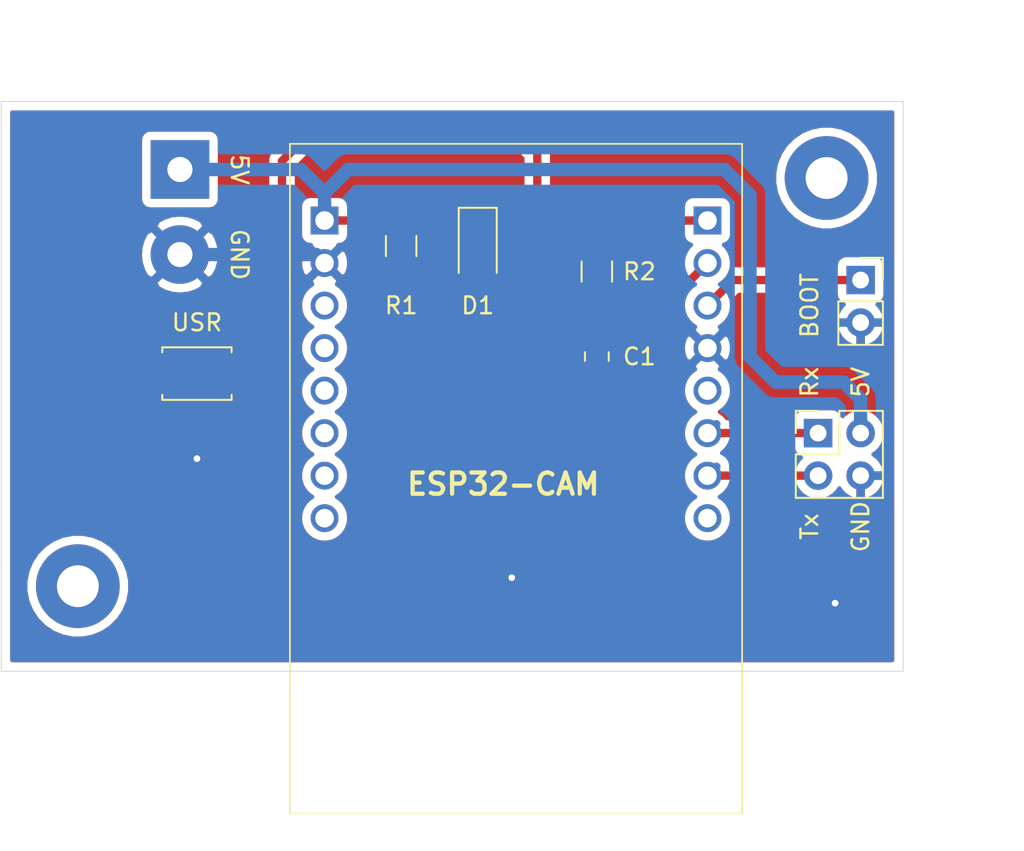
<source format=kicad_pcb>
(kicad_pcb (version 20171130) (host pcbnew 5.1.5+dfsg1-2build2)

  (general
    (thickness 1.6)
    (drawings 17)
    (tracks 42)
    (zones 0)
    (modules 11)
    (nets 17)
  )

  (page A4)
  (layers
    (0 F.Cu signal)
    (31 B.Cu signal)
    (32 B.Adhes user)
    (33 F.Adhes user)
    (34 B.Paste user)
    (35 F.Paste user)
    (36 B.SilkS user)
    (37 F.SilkS user)
    (38 B.Mask user)
    (39 F.Mask user)
    (40 Dwgs.User user)
    (41 Cmts.User user)
    (42 Eco1.User user)
    (43 Eco2.User user)
    (44 Edge.Cuts user)
    (45 Margin user)
    (46 B.CrtYd user)
    (47 F.CrtYd user)
    (48 B.Fab user)
    (49 F.Fab user hide)
  )

  (setup
    (last_trace_width 0.25)
    (user_trace_width 0.5)
    (user_trace_width 0.8)
    (user_trace_width 2.5)
    (trace_clearance 0.2)
    (zone_clearance 0.508)
    (zone_45_only no)
    (trace_min 0.2)
    (via_size 0.8)
    (via_drill 0.4)
    (via_min_size 0.4)
    (via_min_drill 0.3)
    (uvia_size 0.3)
    (uvia_drill 0.1)
    (uvias_allowed no)
    (uvia_min_size 0.2)
    (uvia_min_drill 0.1)
    (edge_width 0.05)
    (segment_width 0.2)
    (pcb_text_width 0.3)
    (pcb_text_size 1.5 1.5)
    (mod_edge_width 0.12)
    (mod_text_size 1 1)
    (mod_text_width 0.15)
    (pad_size 1.7 1.7)
    (pad_drill 1)
    (pad_to_mask_clearance 0.051)
    (solder_mask_min_width 0.25)
    (aux_axis_origin 0 0)
    (visible_elements FFFFFF7F)
    (pcbplotparams
      (layerselection 0x010fc_ffffffff)
      (usegerberextensions false)
      (usegerberattributes false)
      (usegerberadvancedattributes false)
      (creategerberjobfile false)
      (excludeedgelayer true)
      (linewidth 0.100000)
      (plotframeref false)
      (viasonmask false)
      (mode 1)
      (useauxorigin false)
      (hpglpennumber 1)
      (hpglpenspeed 20)
      (hpglpendiameter 15.000000)
      (psnegative false)
      (psa4output false)
      (plotreference true)
      (plotvalue true)
      (plotinvisibletext false)
      (padsonsilk false)
      (subtractmaskfromsilk false)
      (outputformat 1)
      (mirror false)
      (drillshape 0)
      (scaleselection 1)
      (outputdirectory "../../Desktop/"))
  )

  (net 0 "")
  (net 1 "Net-(IC1-Pad16)")
  (net 2 "Net-(IC1-Pad13)")
  (net 3 "Net-(IC1-Pad6)")
  (net 4 "Net-(IC1-Pad5)")
  (net 5 "Net-(IC1-Pad4)")
  (net 6 "Net-(IC1-Pad3)")
  (net 7 "Net-(IC1-Pad2)")
  (net 8 "Net-(IC1-Pad1)")
  (net 9 tx)
  (net 10 rx)
  (net 11 gnd)
  (net 12 i0)
  (net 13 5v)
  (net 14 usr)
  (net 15 "Net-(D1-Pad2)")
  (net 16 3v3)

  (net_class Default "Esta es la clase de red por defecto."
    (clearance 0.2)
    (trace_width 0.25)
    (via_dia 0.8)
    (via_drill 0.4)
    (uvia_dia 0.3)
    (uvia_drill 0.1)
    (add_net 3v3)
    (add_net 5v)
    (add_net "Net-(D1-Pad2)")
    (add_net "Net-(IC1-Pad1)")
    (add_net "Net-(IC1-Pad13)")
    (add_net "Net-(IC1-Pad16)")
    (add_net "Net-(IC1-Pad2)")
    (add_net "Net-(IC1-Pad3)")
    (add_net "Net-(IC1-Pad4)")
    (add_net "Net-(IC1-Pad5)")
    (add_net "Net-(IC1-Pad6)")
    (add_net gnd)
    (add_net i0)
    (add_net rx)
    (add_net tx)
    (add_net usr)
  )

  (module Connector_PinSocket_2.54mm:PinSocket_2x02_P2.54mm_Vertical (layer F.Cu) (tedit 6343A8E5) (tstamp 63431212)
    (at 191.516 87.376 90)
    (descr "Through hole straight socket strip, 2x02, 2.54mm pitch, double cols (from Kicad 4.0.7), script generated")
    (tags "Through hole socket strip THT 2x02 2.54mm double row")
    (path /63442C2E)
    (fp_text reference J1 (at -3.0226 -0.2286) (layer F.SilkS) hide
      (effects (font (size 1 1) (thickness 0.15)))
    )
    (fp_text value Rx/Tx (at 0 5.31 90) (layer F.Fab)
      (effects (font (size 1 1) (thickness 0.15)))
    )
    (fp_text user %R (at 0 1.27) (layer F.Fab)
      (effects (font (size 1 1) (thickness 0.15)))
    )
    (fp_line (start -4.34 4.3) (end -4.34 -1.8) (layer F.CrtYd) (width 0.05))
    (fp_line (start 1.76 4.3) (end -4.34 4.3) (layer F.CrtYd) (width 0.05))
    (fp_line (start 1.76 -1.8) (end 1.76 4.3) (layer F.CrtYd) (width 0.05))
    (fp_line (start -4.34 -1.8) (end 1.76 -1.8) (layer F.CrtYd) (width 0.05))
    (fp_line (start 0 -1.33) (end 1.33 -1.33) (layer F.SilkS) (width 0.12))
    (fp_line (start 1.33 -1.33) (end 1.33 0) (layer F.SilkS) (width 0.12))
    (fp_line (start -1.27 -1.33) (end -1.27 1.27) (layer F.SilkS) (width 0.12))
    (fp_line (start -1.27 1.27) (end 1.33 1.27) (layer F.SilkS) (width 0.12))
    (fp_line (start 1.33 1.27) (end 1.33 3.87) (layer F.SilkS) (width 0.12))
    (fp_line (start -3.87 3.87) (end 1.33 3.87) (layer F.SilkS) (width 0.12))
    (fp_line (start -3.87 -1.33) (end -3.87 3.87) (layer F.SilkS) (width 0.12))
    (fp_line (start -3.87 -1.33) (end -1.27 -1.33) (layer F.SilkS) (width 0.12))
    (fp_line (start -3.81 3.81) (end -3.81 -1.27) (layer F.Fab) (width 0.1))
    (fp_line (start 1.27 3.81) (end -3.81 3.81) (layer F.Fab) (width 0.1))
    (fp_line (start 1.27 -0.27) (end 1.27 3.81) (layer F.Fab) (width 0.1))
    (fp_line (start 0.27 -1.27) (end 1.27 -0.27) (layer F.Fab) (width 0.1))
    (fp_line (start -3.81 -1.27) (end 0.27 -1.27) (layer F.Fab) (width 0.1))
    (pad 4 thru_hole oval (at -2.54 2.54 90) (size 1.7 1.7) (drill 1) (layers *.Cu *.Mask)
      (net 11 gnd))
    (pad 3 thru_hole oval (at 0 2.54 90) (size 1.7 1.7) (drill 1) (layers *.Cu *.Mask)
      (net 13 5v))
    (pad 2 thru_hole oval (at -2.54 0 90) (size 1.7 1.7) (drill 1) (layers *.Cu *.Mask)
      (net 9 tx))
    (pad 1 thru_hole rect (at 0 0 90) (size 1.7 1.7) (drill 1) (layers *.Cu *.Mask)
      (net 10 rx))
    (model ${KISYS3DMOD}/Connector_PinSocket_2.54mm.3dshapes/PinSocket_2x02_P2.54mm_Vertical.wrl
      (at (xyz 0 0 0))
      (scale (xyz 1 1 1))
      (rotate (xyz 0 0 0))
    )
    (model "/home/diegospc/kiCad/pin-header-male-double-2-54mm-different-pin-numbers-1.snapshot.2/4-Pin Header - Male - Double - 2.54mm.step"
      (at (xyz 0 0 0))
      (scale (xyz 1 1 1))
      (rotate (xyz 0 0 180))
    )
  )

  (module espcam_footprint:ESP32CAM (layer F.Cu) (tedit 0) (tstamp 63443416)
    (at 162.052 92.456)
    (descr ESP32-CAM-2)
    (tags "Integrated Circuit")
    (path /634374EB)
    (fp_text reference ESP32-CAM (at 10.668 -2.032) (layer F.SilkS)
      (effects (font (size 1.27 1.27) (thickness 0.254)))
    )
    (fp_text value ESP32-CAM (at 11.43 -2.36) (layer F.SilkS) hide
      (effects (font (size 1.27 1.27) (thickness 0.254)))
    )
    (fp_text user %R (at 11.43 -2.36) (layer F.Fab)
      (effects (font (size 1.27 1.27) (thickness 0.254)))
    )
    (fp_line (start -2.07 17.64) (end 24.93 17.64) (layer F.Fab) (width 0.2))
    (fp_line (start 24.93 17.64) (end 24.93 -22.36) (layer F.Fab) (width 0.2))
    (fp_line (start 24.93 -22.36) (end -2.07 -22.36) (layer F.Fab) (width 0.2))
    (fp_line (start -2.07 -22.36) (end -2.07 17.64) (layer F.Fab) (width 0.2))
    (fp_line (start -2.07 17.64) (end 24.93 17.64) (layer F.SilkS) (width 0.1))
    (fp_line (start 24.93 17.64) (end 24.93 -22.36) (layer F.SilkS) (width 0.1))
    (fp_line (start 24.93 -22.36) (end -2.07 -22.36) (layer F.SilkS) (width 0.1))
    (fp_line (start -2.07 -22.36) (end -2.07 17.64) (layer F.SilkS) (width 0.1))
    (fp_line (start -3.07 18.64) (end 25.93 18.64) (layer F.CrtYd) (width 0.1))
    (fp_line (start 25.93 18.64) (end 25.93 -23.36) (layer F.CrtYd) (width 0.1))
    (fp_line (start 25.93 -23.36) (end -3.07 -23.36) (layer F.CrtYd) (width 0.1))
    (fp_line (start -3.07 -23.36) (end -3.07 18.64) (layer F.CrtYd) (width 0.1))
    (pad 1 thru_hole circle (at 0 0) (size 1.665 1.665) (drill 1.11) (layers *.Cu *.Mask)
      (net 8 "Net-(IC1-Pad1)"))
    (pad 2 thru_hole circle (at 0 -2.54) (size 1.665 1.665) (drill 1.11) (layers *.Cu *.Mask)
      (net 7 "Net-(IC1-Pad2)"))
    (pad 3 thru_hole circle (at 0 -5.08) (size 1.665 1.665) (drill 1.11) (layers *.Cu *.Mask)
      (net 6 "Net-(IC1-Pad3)"))
    (pad 4 thru_hole circle (at 0 -7.62) (size 1.665 1.665) (drill 1.11) (layers *.Cu *.Mask)
      (net 5 "Net-(IC1-Pad4)"))
    (pad 5 thru_hole circle (at 0 -10.16) (size 1.665 1.665) (drill 1.11) (layers *.Cu *.Mask)
      (net 4 "Net-(IC1-Pad5)"))
    (pad 6 thru_hole circle (at 0 -12.7) (size 1.665 1.665) (drill 1.11) (layers *.Cu *.Mask)
      (net 3 "Net-(IC1-Pad6)"))
    (pad 7 thru_hole circle (at 0 -15.24) (size 1.665 1.665) (drill 1.11) (layers *.Cu *.Mask)
      (net 11 gnd))
    (pad 8 thru_hole rect (at 0 -17.78) (size 1.665 1.665) (drill 1.11) (layers *.Cu *.Mask)
      (net 13 5v))
    (pad 9 thru_hole rect (at 22.86 -17.78) (size 1.665 1.665) (drill 1.11) (layers *.Cu *.Mask)
      (net 16 3v3))
    (pad 10 thru_hole circle (at 22.86 -15.24) (size 1.665 1.665) (drill 1.11) (layers *.Cu *.Mask)
      (net 14 usr))
    (pad 11 thru_hole circle (at 22.86 -12.7) (size 1.665 1.665) (drill 1.11) (layers *.Cu *.Mask)
      (net 12 i0))
    (pad 12 thru_hole circle (at 22.86 -10.16) (size 1.665 1.665) (drill 1.11) (layers *.Cu *.Mask)
      (net 11 gnd))
    (pad 13 thru_hole circle (at 22.86 -7.62) (size 1.665 1.665) (drill 1.11) (layers *.Cu *.Mask)
      (net 2 "Net-(IC1-Pad13)"))
    (pad 14 thru_hole circle (at 22.86 -5.08) (size 1.665 1.665) (drill 1.11) (layers *.Cu *.Mask)
      (net 10 rx))
    (pad 15 thru_hole circle (at 22.86 -2.54) (size 1.665 1.665) (drill 1.11) (layers *.Cu *.Mask)
      (net 9 tx))
    (pad 16 thru_hole circle (at 22.86 0) (size 1.665 1.665) (drill 1.11) (layers *.Cu *.Mask)
      (net 1 "Net-(IC1-Pad16)"))
    (model ESP32-CAM.stp
      (at (xyz 0 0 0))
      (scale (xyz 1 1 1))
      (rotate (xyz 0 0 0))
    )
    (model "/home/diegospc/kiCad/esp32-cam-1.snapshot.3/ESP32-cam/ESP3-CAM v5 - black pcb.step"
      (offset (xyz 25 22.5 11.5))
      (scale (xyz 1 1 1))
      (rotate (xyz -90 0 90))
    )
    (model /home/diegospc/kiCad/zl262-8s-1.snapshot.3/zl262-8s_p2-54_l20-8_w2-54_h8-5.stp
      (offset (xyz 0 9 0))
      (scale (xyz 1 1 1))
      (rotate (xyz -90 0 -90))
    )
    (model /home/diegospc/kiCad/zl262-8s-1.snapshot.3/zl262-8s_p2-54_l20-8_w2-54_h8-5.stp
      (offset (xyz 22.5 9 0))
      (scale (xyz 1 1 1))
      (rotate (xyz -90 0 -90))
    )
  )

  (module Resistor_SMD:R_1206_3216Metric (layer F.Cu) (tedit 5B301BBD) (tstamp 63443446)
    (at 166.624 76.2 270)
    (descr "Resistor SMD 1206 (3216 Metric), square (rectangular) end terminal, IPC_7351 nominal, (Body size source: http://www.tortai-tech.com/upload/download/2011102023233369053.pdf), generated with kicad-footprint-generator")
    (tags resistor)
    (path /63469FBB)
    (attr smd)
    (fp_text reference R1 (at 3.556 0 180) (layer F.SilkS)
      (effects (font (size 1 1) (thickness 0.15)))
    )
    (fp_text value 1k (at 0 1.82 90) (layer F.Fab)
      (effects (font (size 1 1) (thickness 0.15)))
    )
    (fp_line (start -1.6 0.8) (end -1.6 -0.8) (layer F.Fab) (width 0.1))
    (fp_line (start -1.6 -0.8) (end 1.6 -0.8) (layer F.Fab) (width 0.1))
    (fp_line (start 1.6 -0.8) (end 1.6 0.8) (layer F.Fab) (width 0.1))
    (fp_line (start 1.6 0.8) (end -1.6 0.8) (layer F.Fab) (width 0.1))
    (fp_line (start -0.602064 -0.91) (end 0.602064 -0.91) (layer F.SilkS) (width 0.12))
    (fp_line (start -0.602064 0.91) (end 0.602064 0.91) (layer F.SilkS) (width 0.12))
    (fp_line (start -2.28 1.12) (end -2.28 -1.12) (layer F.CrtYd) (width 0.05))
    (fp_line (start -2.28 -1.12) (end 2.28 -1.12) (layer F.CrtYd) (width 0.05))
    (fp_line (start 2.28 -1.12) (end 2.28 1.12) (layer F.CrtYd) (width 0.05))
    (fp_line (start 2.28 1.12) (end -2.28 1.12) (layer F.CrtYd) (width 0.05))
    (fp_text user %R (at 0 0 90) (layer F.Fab)
      (effects (font (size 0.8 0.8) (thickness 0.12)))
    )
    (pad 1 smd roundrect (at -1.4 0 270) (size 1.25 1.75) (layers F.Cu F.Paste F.Mask) (roundrect_rratio 0.2)
      (net 13 5v))
    (pad 2 smd roundrect (at 1.4 0 270) (size 1.25 1.75) (layers F.Cu F.Paste F.Mask) (roundrect_rratio 0.2)
      (net 15 "Net-(D1-Pad2)"))
    (model ${KISYS3DMOD}/Resistor_SMD.3dshapes/R_1206_3216Metric.wrl
      (at (xyz 0 0 0))
      (scale (xyz 1 1 1))
      (rotate (xyz 0 0 0))
    )
    (model /home/diegospc/kiCad/resistor-1206-1.snapshot.2/Resistor_1206.step
      (at (xyz 0 0 0))
      (scale (xyz 1 1 1))
      (rotate (xyz 0 0 0))
    )
  )

  (module Connector_PinSocket_2.54mm:PinSocket_1x02_P2.54mm_Vertical (layer F.Cu) (tedit 634389A1) (tstamp 63431228)
    (at 194.056 78.232)
    (descr "Through hole straight socket strip, 1x02, 2.54mm pitch, single row (from Kicad 4.0.7), script generated")
    (tags "Through hole socket strip THT 1x02 2.54mm single row")
    (path /63453EC1)
    (fp_text reference J2 (at -3.048 0 90) (layer F.SilkS) hide
      (effects (font (size 1 1) (thickness 0.15)))
    )
    (fp_text value Conn_01x02 (at 0 5.31) (layer F.Fab)
      (effects (font (size 1 1) (thickness 0.15)))
    )
    (fp_text user %R (at 0 1.27 90) (layer F.Fab)
      (effects (font (size 1 1) (thickness 0.15)))
    )
    (fp_line (start -1.8 4.3) (end -1.8 -1.8) (layer F.CrtYd) (width 0.05))
    (fp_line (start 1.75 4.3) (end -1.8 4.3) (layer F.CrtYd) (width 0.05))
    (fp_line (start 1.75 -1.8) (end 1.75 4.3) (layer F.CrtYd) (width 0.05))
    (fp_line (start -1.8 -1.8) (end 1.75 -1.8) (layer F.CrtYd) (width 0.05))
    (fp_line (start 0 -1.33) (end 1.33 -1.33) (layer F.SilkS) (width 0.12))
    (fp_line (start 1.33 -1.33) (end 1.33 0) (layer F.SilkS) (width 0.12))
    (fp_line (start 1.33 1.27) (end 1.33 3.87) (layer F.SilkS) (width 0.12))
    (fp_line (start -1.33 3.87) (end 1.33 3.87) (layer F.SilkS) (width 0.12))
    (fp_line (start -1.33 1.27) (end -1.33 3.87) (layer F.SilkS) (width 0.12))
    (fp_line (start -1.33 1.27) (end 1.33 1.27) (layer F.SilkS) (width 0.12))
    (fp_line (start -1.27 3.81) (end -1.27 -1.27) (layer F.Fab) (width 0.1))
    (fp_line (start 1.27 3.81) (end -1.27 3.81) (layer F.Fab) (width 0.1))
    (fp_line (start 1.27 -0.635) (end 1.27 3.81) (layer F.Fab) (width 0.1))
    (fp_line (start 0.635 -1.27) (end 1.27 -0.635) (layer F.Fab) (width 0.1))
    (fp_line (start -1.27 -1.27) (end 0.635 -1.27) (layer F.Fab) (width 0.1))
    (pad 2 thru_hole oval (at 0 2.54) (size 1.7 1.7) (drill 1) (layers *.Cu *.Mask)
      (net 11 gnd))
    (pad 1 thru_hole rect (at 0 0) (size 1.7 1.7) (drill 1) (layers *.Cu *.Mask)
      (net 12 i0))
    (model ${KISYS3DMOD}/Connector_PinSocket_2.54mm.3dshapes/PinSocket_1x02_P2.54mm_Vertical.wrl
      (at (xyz 0 0 0))
      (scale (xyz 1 1 1))
      (rotate (xyz 0 0 0))
    )
    (model "/home/diegospc/kiCad/100mil-headers-single-row-1.snapshot.1/1x2 TH Vert 100mil.step"
      (at (xyz 0 0 0))
      (scale (xyz 1 1 1))
      (rotate (xyz 0 0 90))
    )
    (model /home/diegospc/kiCad/assmann-wsw-jumper-1.snapshot.1/stp/AKSPLTG-BLACK.stp
      (offset (xyz 0 -1.3 1.5))
      (scale (xyz 1 1 1))
      (rotate (xyz 0 0 0))
    )
  )

  (module MountingHole:MountingHole_2.5mm_Pad (layer F.Cu) (tedit 56D1B4CB) (tstamp 634324D5)
    (at 192.024 72.136)
    (descr "Mounting Hole 2.5mm")
    (tags "mounting hole 2.5mm")
    (attr virtual)
    (fp_text reference REF** (at 0 -3.5) (layer F.SilkS) hide
      (effects (font (size 1 1) (thickness 0.15)))
    )
    (fp_text value MountingHole_2.5mm_Pad (at -16.129 8.763) (layer F.Fab) hide
      (effects (font (size 1 1) (thickness 0.15)))
    )
    (fp_circle (center 0 0) (end 2.75 0) (layer F.CrtYd) (width 0.05))
    (fp_circle (center 0 0) (end 2.5 0) (layer Cmts.User) (width 0.15))
    (fp_text user %R (at 0.3 0) (layer F.Fab)
      (effects (font (size 1 1) (thickness 0.15)))
    )
    (pad 1 thru_hole circle (at 0 0) (size 5 5) (drill 2.5) (layers *.Cu *.Mask))
  )

  (module MountingHole:MountingHole_2.5mm_Pad (layer F.Cu) (tedit 56D1B4CB) (tstamp 634322E3)
    (at 147.32 96.52)
    (descr "Mounting Hole 2.5mm")
    (tags "mounting hole 2.5mm")
    (attr virtual)
    (fp_text reference REF** (at 1.524 -4.318) (layer F.SilkS) hide
      (effects (font (size 1 1) (thickness 0.15)))
    )
    (fp_text value MountingHole_2.5mm_Pad (at 0 3.5) (layer F.Fab) hide
      (effects (font (size 1 1) (thickness 0.15)))
    )
    (fp_text user %R (at 0.3 0) (layer F.Fab)
      (effects (font (size 1 1) (thickness 0.15)))
    )
    (fp_circle (center 0 0) (end 2.5 0) (layer Cmts.User) (width 0.15))
    (fp_circle (center 0 0) (end 2.75 0) (layer F.CrtYd) (width 0.05))
    (pad 1 thru_hole circle (at 0 0) (size 5 5) (drill 2.5) (layers *.Cu *.Mask))
  )

  (module Connector_Wire:SolderWirePad_1x02_P5.08mm_Drill1.5mm (layer F.Cu) (tedit 5AEE5F19) (tstamp 63431233)
    (at 153.416 71.628 270)
    (descr "Wire solder connection")
    (tags connector)
    (path /63427F75)
    (attr virtual)
    (fp_text reference J3 (at 9.652 -1.016 180) (layer F.SilkS) hide
      (effects (font (size 1 1) (thickness 0.15)))
    )
    (fp_text value 5V-Gnd (at 2.54 3.81 90) (layer F.Fab) hide
      (effects (font (size 1 1) (thickness 0.15)))
    )
    (fp_line (start 7.33 2.25) (end -2.25 2.25) (layer F.CrtYd) (width 0.05))
    (fp_line (start 7.33 2.25) (end 7.33 -2.25) (layer F.CrtYd) (width 0.05))
    (fp_line (start -2.25 -2.25) (end -2.25 2.25) (layer F.CrtYd) (width 0.05))
    (fp_line (start -2.25 -2.25) (end 7.33 -2.25) (layer F.CrtYd) (width 0.05))
    (pad 2 thru_hole circle (at 5.08 0 270) (size 3.50012 3.50012) (drill 1.50114) (layers *.Cu *.Mask)
      (net 11 gnd))
    (pad 1 thru_hole rect (at 0 0 270) (size 3.50012 3.50012) (drill 1.50114) (layers *.Cu *.Mask)
      (net 13 5v))
    (model "/home/diegospc/kiCad/degson-2edg-series-5-08mm-pluggable-terminal-block-pack-1.snapshot.10/2EDG-Wire/Screw/K/STEP/2EDGK-5.08-xxP (pitch 5.08mm)/2EDGK-5.08-02P-14-00AH.STEP"
      (offset (xyz 7.5 -4 0))
      (scale (xyz 1 1 1))
      (rotate (xyz 0 0 -180))
    )
    (model "/home/diegospc/kiCad/degson-2edg-series-5-08mm-pluggable-terminal-block-pack-1.snapshot.10/2EDG-PCB/R/STEP/2EDGR-5.08-xxP (pitch 5.08mm)/2EDGR-5.08-02P-14-00AH.STEP"
      (offset (xyz 7.5 1.75 0))
      (scale (xyz 1 1 1))
      (rotate (xyz 0 0 -180))
    )
  )

  (module Capacitor_SMD:C_0805_2012Metric (layer F.Cu) (tedit 5B36C52B) (tstamp 63443402)
    (at 178.308 82.804 270)
    (descr "Capacitor SMD 0805 (2012 Metric), square (rectangular) end terminal, IPC_7351 nominal, (Body size source: https://docs.google.com/spreadsheets/d/1BsfQQcO9C6DZCsRaXUlFlo91Tg2WpOkGARC1WS5S8t0/edit?usp=sharing), generated with kicad-footprint-generator")
    (tags capacitor)
    (path /6347D236)
    (attr smd)
    (fp_text reference C1 (at 0 -2.54 180) (layer F.SilkS)
      (effects (font (size 1 1) (thickness 0.15)))
    )
    (fp_text value 1uF (at 0 1.65 90) (layer F.Fab)
      (effects (font (size 1 1) (thickness 0.15)))
    )
    (fp_line (start -1 0.6) (end -1 -0.6) (layer F.Fab) (width 0.1))
    (fp_line (start -1 -0.6) (end 1 -0.6) (layer F.Fab) (width 0.1))
    (fp_line (start 1 -0.6) (end 1 0.6) (layer F.Fab) (width 0.1))
    (fp_line (start 1 0.6) (end -1 0.6) (layer F.Fab) (width 0.1))
    (fp_line (start -0.258578 -0.71) (end 0.258578 -0.71) (layer F.SilkS) (width 0.12))
    (fp_line (start -0.258578 0.71) (end 0.258578 0.71) (layer F.SilkS) (width 0.12))
    (fp_line (start -1.68 0.95) (end -1.68 -0.95) (layer F.CrtYd) (width 0.05))
    (fp_line (start -1.68 -0.95) (end 1.68 -0.95) (layer F.CrtYd) (width 0.05))
    (fp_line (start 1.68 -0.95) (end 1.68 0.95) (layer F.CrtYd) (width 0.05))
    (fp_line (start 1.68 0.95) (end -1.68 0.95) (layer F.CrtYd) (width 0.05))
    (fp_text user %R (at 0 0 90) (layer F.Fab)
      (effects (font (size 0.5 0.5) (thickness 0.08)))
    )
    (pad 1 smd roundrect (at -0.9375 0 270) (size 0.975 1.4) (layers F.Cu F.Paste F.Mask) (roundrect_rratio 0.25)
      (net 14 usr))
    (pad 2 smd roundrect (at 0.9375 0 270) (size 0.975 1.4) (layers F.Cu F.Paste F.Mask) (roundrect_rratio 0.25)
      (net 11 gnd))
    (model ${KISYS3DMOD}/Capacitor_SMD.3dshapes/C_0805_2012Metric.wrl
      (at (xyz 0 0 0))
      (scale (xyz 1 1 1))
      (rotate (xyz 0 0 0))
    )
    (model "/home/diegospc/kiCad/ceramic-capacitors-smd-1.snapshot.3/C0805D(I).STEP"
      (offset (xyz 0 -0.5 0))
      (scale (xyz 1 1 1))
      (rotate (xyz 0 0 0))
    )
  )

  (module LED_SMD:LED_1206_3216Metric (layer F.Cu) (tedit 5B301BBE) (tstamp 63443415)
    (at 171.196 76.2 270)
    (descr "LED SMD 1206 (3216 Metric), square (rectangular) end terminal, IPC_7351 nominal, (Body size source: http://www.tortai-tech.com/upload/download/2011102023233369053.pdf), generated with kicad-footprint-generator")
    (tags diode)
    (path /6346B22B)
    (attr smd)
    (fp_text reference D1 (at 3.556 0 180) (layer F.SilkS)
      (effects (font (size 1 1) (thickness 0.15)))
    )
    (fp_text value LED (at 0 1.82 90) (layer F.Fab)
      (effects (font (size 1 1) (thickness 0.15)))
    )
    (fp_line (start 1.6 -0.8) (end -1.2 -0.8) (layer F.Fab) (width 0.1))
    (fp_line (start -1.2 -0.8) (end -1.6 -0.4) (layer F.Fab) (width 0.1))
    (fp_line (start -1.6 -0.4) (end -1.6 0.8) (layer F.Fab) (width 0.1))
    (fp_line (start -1.6 0.8) (end 1.6 0.8) (layer F.Fab) (width 0.1))
    (fp_line (start 1.6 0.8) (end 1.6 -0.8) (layer F.Fab) (width 0.1))
    (fp_line (start 1.6 -1.135) (end -2.285 -1.135) (layer F.SilkS) (width 0.12))
    (fp_line (start -2.285 -1.135) (end -2.285 1.135) (layer F.SilkS) (width 0.12))
    (fp_line (start -2.285 1.135) (end 1.6 1.135) (layer F.SilkS) (width 0.12))
    (fp_line (start -2.28 1.12) (end -2.28 -1.12) (layer F.CrtYd) (width 0.05))
    (fp_line (start -2.28 -1.12) (end 2.28 -1.12) (layer F.CrtYd) (width 0.05))
    (fp_line (start 2.28 -1.12) (end 2.28 1.12) (layer F.CrtYd) (width 0.05))
    (fp_line (start 2.28 1.12) (end -2.28 1.12) (layer F.CrtYd) (width 0.05))
    (fp_text user %R (at 0 0 90) (layer F.Fab)
      (effects (font (size 0.8 0.8) (thickness 0.12)))
    )
    (pad 1 smd roundrect (at -1.4 0 270) (size 1.25 1.75) (layers F.Cu F.Paste F.Mask) (roundrect_rratio 0.2)
      (net 11 gnd))
    (pad 2 smd roundrect (at 1.4 0 270) (size 1.25 1.75) (layers F.Cu F.Paste F.Mask) (roundrect_rratio 0.2)
      (net 15 "Net-(D1-Pad2)"))
    (model ${KISYS3DMOD}/LED_SMD.3dshapes/LED_1206_3216Metric.wrl
      (at (xyz 0 0 0))
      (scale (xyz 1 1 1))
      (rotate (xyz 0 0 0))
    )
    (model /home/diegospc/kiCad/1206-smd-led-1.snapshot.1/LED_1206_Blue.stp
      (offset (xyz 1.5 -0.8 0))
      (scale (xyz 1 1 1))
      (rotate (xyz 0 0 0))
    )
  )

  (module Resistor_SMD:R_1206_3216Metric (layer F.Cu) (tedit 5B301BBD) (tstamp 63443457)
    (at 178.308 77.724 270)
    (descr "Resistor SMD 1206 (3216 Metric), square (rectangular) end terminal, IPC_7351 nominal, (Body size source: http://www.tortai-tech.com/upload/download/2011102023233369053.pdf), generated with kicad-footprint-generator")
    (tags resistor)
    (path /6348B8EF)
    (attr smd)
    (fp_text reference R2 (at 0 -2.54 180) (layer F.SilkS)
      (effects (font (size 1 1) (thickness 0.15)))
    )
    (fp_text value 10k (at 0 1.82 90) (layer F.Fab)
      (effects (font (size 1 1) (thickness 0.15)))
    )
    (fp_text user %R (at 0 0 90) (layer F.Fab)
      (effects (font (size 0.8 0.8) (thickness 0.12)))
    )
    (fp_line (start 2.28 1.12) (end -2.28 1.12) (layer F.CrtYd) (width 0.05))
    (fp_line (start 2.28 -1.12) (end 2.28 1.12) (layer F.CrtYd) (width 0.05))
    (fp_line (start -2.28 -1.12) (end 2.28 -1.12) (layer F.CrtYd) (width 0.05))
    (fp_line (start -2.28 1.12) (end -2.28 -1.12) (layer F.CrtYd) (width 0.05))
    (fp_line (start -0.602064 0.91) (end 0.602064 0.91) (layer F.SilkS) (width 0.12))
    (fp_line (start -0.602064 -0.91) (end 0.602064 -0.91) (layer F.SilkS) (width 0.12))
    (fp_line (start 1.6 0.8) (end -1.6 0.8) (layer F.Fab) (width 0.1))
    (fp_line (start 1.6 -0.8) (end 1.6 0.8) (layer F.Fab) (width 0.1))
    (fp_line (start -1.6 -0.8) (end 1.6 -0.8) (layer F.Fab) (width 0.1))
    (fp_line (start -1.6 0.8) (end -1.6 -0.8) (layer F.Fab) (width 0.1))
    (pad 2 smd roundrect (at 1.4 0 270) (size 1.25 1.75) (layers F.Cu F.Paste F.Mask) (roundrect_rratio 0.2)
      (net 14 usr))
    (pad 1 smd roundrect (at -1.4 0 270) (size 1.25 1.75) (layers F.Cu F.Paste F.Mask) (roundrect_rratio 0.2)
      (net 16 3v3))
    (model ${KISYS3DMOD}/Resistor_SMD.3dshapes/R_1206_3216Metric.wrl
      (at (xyz 0 0 0))
      (scale (xyz 1 1 1))
      (rotate (xyz 0 0 0))
    )
    (model /home/diegospc/kiCad/resistor-1206-1.snapshot.2/Resistor_1206.step
      (at (xyz 0 0 0))
      (scale (xyz 1 1 1))
      (rotate (xyz 0 0 0))
    )
  )

  (module Button_Switch_SMD:SW_Push_SPST_NO_Alps_SKRK (layer F.Cu) (tedit 5C2A8900) (tstamp 63443B88)
    (at 154.432 83.82)
    (descr http://www.alps.com/prod/info/E/HTML/Tact/SurfaceMount/SKRK/SKRKAHE020.html)
    (tags "SMD SMT button")
    (path /6347C0B0)
    (attr smd)
    (fp_text reference BT1 (at 0 -2.25) (layer F.SilkS) hide
      (effects (font (size 1 1) (thickness 0.15)))
    )
    (fp_text value USR (at 0 2.5) (layer F.Fab)
      (effects (font (size 1 1) (thickness 0.15)))
    )
    (fp_line (start -2.07 -1.57) (end 2.07 -1.57) (layer F.SilkS) (width 0.12))
    (fp_line (start 2.07 1.27) (end 2.07 1.57) (layer F.SilkS) (width 0.12))
    (fp_line (start 2.07 1.57) (end -2.07 1.57) (layer F.SilkS) (width 0.12))
    (fp_line (start -2.07 -1.27) (end -2.07 -1.57) (layer F.SilkS) (width 0.12))
    (fp_circle (center 0 0) (end 1 0) (layer F.Fab) (width 0.1))
    (fp_text user %R (at 0 0) (layer F.Fab)
      (effects (font (size 1 1) (thickness 0.15)))
    )
    (fp_line (start -2.75 -1.7) (end 2.75 -1.7) (layer F.CrtYd) (width 0.05))
    (fp_line (start 2.75 -1.7) (end 2.75 1.7) (layer F.CrtYd) (width 0.05))
    (fp_line (start 2.75 1.7) (end -2.75 1.7) (layer F.CrtYd) (width 0.05))
    (fp_line (start -2.75 1.7) (end -2.75 -1.7) (layer F.CrtYd) (width 0.05))
    (fp_line (start 1.95 1.45) (end -1.95 1.45) (layer F.Fab) (width 0.1))
    (fp_line (start -1.95 1.45) (end -1.95 -1.45) (layer F.Fab) (width 0.1))
    (fp_line (start -1.95 -1.45) (end 1.95 -1.45) (layer F.Fab) (width 0.1))
    (fp_line (start 1.95 -1.45) (end 1.95 1.45) (layer F.Fab) (width 0.1))
    (fp_line (start -2.07 1.57) (end -2.07 1.27) (layer F.SilkS) (width 0.12))
    (fp_line (start 2.07 -1.57) (end 2.07 -1.27) (layer F.SilkS) (width 0.12))
    (pad 2 smd roundrect (at 2.1 0) (size 0.8 2) (layers F.Cu F.Paste F.Mask) (roundrect_rratio 0.25)
      (net 14 usr))
    (pad 1 smd roundrect (at -2.1 0) (size 0.8 2) (layers F.Cu F.Paste F.Mask) (roundrect_rratio 0.25)
      (net 11 gnd))
    (model ${KISYS3DMOD}/Button_Switch_SMD.3dshapes/SW_Push_SPST_NO_Alps_SKRK.wrl
      (at (xyz 0 0 0))
      (scale (xyz 1 1 1))
      (rotate (xyz 0 0 0))
    )
    (model "/home/diegospc/kiCad/tactile-switch-assortment-1.snapshot.6/3x4x2mm - 2 Pad.stp"
      (at (xyz 0 0 0))
      (scale (xyz 1 1 1))
      (rotate (xyz 0 0 0))
    )
  )

  (gr_line (start 196.596 101.6) (end 196.596 94.996) (layer Edge.Cuts) (width 0.05) (tstamp 63610A09))
  (gr_line (start 142.748 101.6) (end 196.596 101.6) (layer Edge.Cuts) (width 0.05))
  (gr_line (start 142.748 94.996) (end 142.748 101.6) (layer Edge.Cuts) (width 0.05))
  (gr_line (start 142.748 67.564) (end 142.748 94.996) (layer Edge.Cuts) (width 0.05))
  (gr_line (start 150.368 67.564) (end 142.748 67.564) (layer Edge.Cuts) (width 0.05))
  (gr_line (start 196.596 94.996) (end 196.596 67.564) (layer Edge.Cuts) (width 0.05) (tstamp 6343178A))
  (gr_text 5V (at 194.056 84.328 90) (layer F.SilkS)
    (effects (font (size 1 1) (thickness 0.15)))
  )
  (gr_text USR (at 154.432 80.772) (layer F.SilkS)
    (effects (font (size 1 1) (thickness 0.15)))
  )
  (gr_text Rx (at 191.008 84.328 90) (layer F.SilkS)
    (effects (font (size 1 1) (thickness 0.15)))
  )
  (gr_text BOOT (at 191.008 79.756 90) (layer F.SilkS)
    (effects (font (size 1 1) (thickness 0.15)))
  )
  (gr_text GND (at 156.972 76.708 -90) (layer F.SilkS)
    (effects (font (size 1 1) (thickness 0.15)))
  )
  (gr_text GND (at 194.056 92.964 90) (layer F.SilkS)
    (effects (font (size 1 1) (thickness 0.15)))
  )
  (gr_text Tx (at 191.008 92.964 90) (layer F.SilkS)
    (effects (font (size 1 1) (thickness 0.15)))
  )
  (gr_text 5V (at 156.972 71.628 -90) (layer F.SilkS)
    (effects (font (size 1 1) (thickness 0.15)))
  )
  (dimension 44.704 (width 0.15) (layer Dwgs.User)
    (gr_text "44,704 mm" (at 202.468 89.916 270) (layer Dwgs.User)
      (effects (font (size 1 1) (thickness 0.15)))
    )
    (feature1 (pts (xy 196.596 112.268) (xy 201.754421 112.268)))
    (feature2 (pts (xy 196.596 67.564) (xy 201.754421 67.564)))
    (crossbar (pts (xy 201.168 67.564) (xy 201.168 112.268)))
    (arrow1a (pts (xy 201.168 112.268) (xy 200.581579 111.141496)))
    (arrow1b (pts (xy 201.168 112.268) (xy 201.754421 111.141496)))
    (arrow2a (pts (xy 201.168 67.564) (xy 200.581579 68.690504)))
    (arrow2b (pts (xy 201.168 67.564) (xy 201.754421 68.690504)))
  )
  (dimension 53.848 (width 0.15) (layer Dwgs.User)
    (gr_text "53,848 mm" (at 169.672 62.2) (layer Dwgs.User)
      (effects (font (size 1 1) (thickness 0.15)))
    )
    (feature1 (pts (xy 196.596 67.564) (xy 196.596 62.913579)))
    (feature2 (pts (xy 142.748 67.564) (xy 142.748 62.913579)))
    (crossbar (pts (xy 142.748 63.5) (xy 196.596 63.5)))
    (arrow1a (pts (xy 196.596 63.5) (xy 195.469496 64.086421)))
    (arrow1b (pts (xy 196.596 63.5) (xy 195.469496 62.913579)))
    (arrow2a (pts (xy 142.748 63.5) (xy 143.874504 64.086421)))
    (arrow2b (pts (xy 142.748 63.5) (xy 143.874504 62.913579)))
  )
  (gr_line (start 196.596 67.564) (end 150.368 67.564) (layer Edge.Cuts) (width 0.05))

  (segment (start 185.4454 89.3826) (end 184.912 89.916) (width 0.5) (layer B.Cu) (net 9))
  (segment (start 191.516 89.916) (end 184.912 89.916) (width 0.5) (layer F.Cu) (net 9))
  (segment (start 185.4454 86.8426) (end 184.912 87.376) (width 0.5) (layer B.Cu) (net 10))
  (segment (start 191.516 87.376) (end 184.912 87.376) (width 0.5) (layer F.Cu) (net 10))
  (segment (start 161.544 76.708) (end 162.052 77.216) (width 0.8) (layer B.Cu) (net 11))
  (segment (start 153.416 76.708) (end 161.544 76.708) (width 0.8) (layer B.Cu) (net 11))
  (segment (start 186.436 80.772) (end 184.912 82.296) (width 0.5) (layer F.Cu) (net 11))
  (segment (start 194.056 80.772) (end 186.436 80.772) (width 0.5) (layer F.Cu) (net 11))
  (via (at 154.432 88.9) (size 0.8) (drill 0.4) (layers F.Cu B.Cu) (net 11))
  (via (at 192.532 97.536) (size 0.8) (drill 0.4) (layers F.Cu B.Cu) (net 11))
  (via (at 173.228 96.012) (size 0.8) (drill 0.4) (layers F.Cu B.Cu) (net 11))
  (segment (start 186.436 78.232) (end 184.912 79.756) (width 0.5) (layer F.Cu) (net 12))
  (segment (start 194.056 78.232) (end 186.436 78.232) (width 0.5) (layer F.Cu) (net 12))
  (segment (start 160.6365 71.628) (end 162.052 73.0435) (width 0.8) (layer B.Cu) (net 13))
  (segment (start 153.416 71.628) (end 160.6365 71.628) (width 0.8) (layer B.Cu) (net 13))
  (segment (start 166.5 74.676) (end 166.624 74.8) (width 0.5) (layer F.Cu) (net 13))
  (segment (start 162.052 74.676) (end 166.5 74.676) (width 0.5) (layer F.Cu) (net 13))
  (segment (start 162.052 73.0435) (end 162.052 74.676) (width 0.8) (layer B.Cu) (net 13))
  (segment (start 185.928 71.628) (end 163.4675 71.628) (width 0.8) (layer B.Cu) (net 13))
  (segment (start 187.452 82.804) (end 187.452 73.152) (width 0.8) (layer B.Cu) (net 13))
  (segment (start 188.976 84.328) (end 187.452 82.804) (width 0.8) (layer B.Cu) (net 13))
  (segment (start 193.04 84.328) (end 188.976 84.328) (width 0.8) (layer B.Cu) (net 13))
  (segment (start 163.4675 71.628) (end 162.052 73.0435) (width 0.8) (layer B.Cu) (net 13))
  (segment (start 187.452 73.152) (end 185.928 71.628) (width 0.8) (layer B.Cu) (net 13))
  (segment (start 194.056 85.344) (end 193.04 84.328) (width 0.8) (layer B.Cu) (net 13))
  (segment (start 194.056 87.376) (end 194.056 85.344) (width 0.8) (layer B.Cu) (net 13))
  (segment (start 178.308 81.8665) (end 175.8465 81.8665) (width 0.5) (layer F.Cu) (net 14))
  (segment (start 175.8465 81.8665) (end 174.752 80.772) (width 0.5) (layer F.Cu) (net 14))
  (segment (start 174.752 80.772) (end 174.752 70.612) (width 0.5) (layer F.Cu) (net 14))
  (segment (start 174.752 70.612) (end 173.736 69.596) (width 0.5) (layer F.Cu) (net 14))
  (segment (start 178.308 81.8665) (end 178.308 79.124) (width 0.5) (layer F.Cu) (net 14))
  (segment (start 183.004 79.124) (end 184.912 77.216) (width 0.5) (layer F.Cu) (net 14))
  (segment (start 178.308 79.124) (end 183.004 79.124) (width 0.5) (layer F.Cu) (net 14))
  (segment (start 173.736 69.596) (end 161.036 69.596) (width 0.5) (layer F.Cu) (net 14))
  (segment (start 161.036 69.596) (end 159.512 71.12) (width 0.5) (layer F.Cu) (net 14))
  (segment (start 159.512 71.12) (end 159.512 80.84) (width 0.5) (layer F.Cu) (net 14))
  (segment (start 159.512 80.84) (end 156.532 83.82) (width 0.5) (layer F.Cu) (net 14))
  (segment (start 166.624 77.6) (end 171.196 77.6) (width 0.5) (layer F.Cu) (net 15))
  (segment (start 178.308 75.699) (end 179.331 74.676) (width 0.5) (layer F.Cu) (net 16))
  (segment (start 183.5795 74.676) (end 184.912 74.676) (width 0.5) (layer F.Cu) (net 16))
  (segment (start 179.331 74.676) (end 183.5795 74.676) (width 0.5) (layer F.Cu) (net 16))
  (segment (start 178.308 76.324) (end 178.308 75.699) (width 0.5) (layer F.Cu) (net 16))

  (zone (net 11) (net_name gnd) (layer F.Cu) (tstamp 0) (hatch edge 0.508)
    (connect_pads (clearance 0.508))
    (min_thickness 0.254)
    (fill yes (arc_segments 32) (thermal_gap 0.508) (thermal_bridge_width 0.508))
    (polygon
      (pts
        (xy 196.596 101.6) (xy 142.748 101.6) (xy 142.748 67.564) (xy 196.596 67.564)
      )
    )
    (filled_polygon
      (pts
        (xy 195.936 95.028418) (xy 195.936001 95.028428) (xy 195.936 100.94) (xy 143.408 100.94) (xy 143.408 96.211229)
        (xy 144.185 96.211229) (xy 144.185 96.828771) (xy 144.305476 97.434446) (xy 144.541799 98.004979) (xy 144.884886 98.518446)
        (xy 145.321554 98.955114) (xy 145.835021 99.298201) (xy 146.405554 99.534524) (xy 147.011229 99.655) (xy 147.628771 99.655)
        (xy 148.234446 99.534524) (xy 148.804979 99.298201) (xy 149.318446 98.955114) (xy 149.755114 98.518446) (xy 150.098201 98.004979)
        (xy 150.334524 97.434446) (xy 150.455 96.828771) (xy 150.455 96.211229) (xy 150.334524 95.605554) (xy 150.098201 95.035021)
        (xy 149.755114 94.521554) (xy 149.318446 94.084886) (xy 148.804979 93.741799) (xy 148.234446 93.505476) (xy 147.628771 93.385)
        (xy 147.011229 93.385) (xy 146.405554 93.505476) (xy 145.835021 93.741799) (xy 145.321554 94.084886) (xy 144.884886 94.521554)
        (xy 144.541799 95.035021) (xy 144.305476 95.605554) (xy 144.185 96.211229) (xy 143.408 96.211229) (xy 143.408 84.82)
        (xy 151.293928 84.82) (xy 151.306188 84.944482) (xy 151.342498 85.06418) (xy 151.401463 85.174494) (xy 151.480815 85.271185)
        (xy 151.577506 85.350537) (xy 151.68782 85.409502) (xy 151.807518 85.445812) (xy 151.932 85.458072) (xy 152.04625 85.455)
        (xy 152.205 85.29625) (xy 152.205 83.947) (xy 152.459 83.947) (xy 152.459 85.29625) (xy 152.61775 85.455)
        (xy 152.732 85.458072) (xy 152.856482 85.445812) (xy 152.97618 85.409502) (xy 153.086494 85.350537) (xy 153.183185 85.271185)
        (xy 153.262537 85.174494) (xy 153.321502 85.06418) (xy 153.357812 84.944482) (xy 153.370072 84.82) (xy 153.367 84.10575)
        (xy 153.20825 83.947) (xy 152.459 83.947) (xy 152.205 83.947) (xy 151.45575 83.947) (xy 151.297 84.10575)
        (xy 151.293928 84.82) (xy 143.408 84.82) (xy 143.408 82.82) (xy 151.293928 82.82) (xy 151.297 83.53425)
        (xy 151.45575 83.693) (xy 152.205 83.693) (xy 152.205 82.34375) (xy 152.459 82.34375) (xy 152.459 83.693)
        (xy 153.20825 83.693) (xy 153.367 83.53425) (xy 153.369211 83.02) (xy 155.493928 83.02) (xy 155.493928 84.62)
        (xy 155.510031 84.7835) (xy 155.557722 84.940716) (xy 155.635169 85.085608) (xy 155.739394 85.212606) (xy 155.866392 85.316831)
        (xy 156.011284 85.394278) (xy 156.1685 85.441969) (xy 156.332 85.458072) (xy 156.732 85.458072) (xy 156.8955 85.441969)
        (xy 157.052716 85.394278) (xy 157.197608 85.316831) (xy 157.324606 85.212606) (xy 157.428831 85.085608) (xy 157.506278 84.940716)
        (xy 157.553969 84.7835) (xy 157.570072 84.62) (xy 157.570072 84.033506) (xy 160.107049 81.49653) (xy 160.140817 81.468817)
        (xy 160.251411 81.334059) (xy 160.333589 81.180313) (xy 160.384195 81.01349) (xy 160.397 80.883477) (xy 160.397 80.883467)
        (xy 160.401281 80.840001) (xy 160.397 80.796535) (xy 160.397 79.611464) (xy 160.5845 79.611464) (xy 160.5845 79.900536)
        (xy 160.640895 80.184054) (xy 160.751518 80.451122) (xy 160.912118 80.691477) (xy 161.116523 80.895882) (xy 161.311258 81.026)
        (xy 161.116523 81.156118) (xy 160.912118 81.360523) (xy 160.751518 81.600878) (xy 160.640895 81.867946) (xy 160.5845 82.151464)
        (xy 160.5845 82.440536) (xy 160.640895 82.724054) (xy 160.751518 82.991122) (xy 160.912118 83.231477) (xy 161.116523 83.435882)
        (xy 161.311258 83.566) (xy 161.116523 83.696118) (xy 160.912118 83.900523) (xy 160.751518 84.140878) (xy 160.640895 84.407946)
        (xy 160.5845 84.691464) (xy 160.5845 84.980536) (xy 160.640895 85.264054) (xy 160.751518 85.531122) (xy 160.912118 85.771477)
        (xy 161.116523 85.975882) (xy 161.311258 86.106) (xy 161.116523 86.236118) (xy 160.912118 86.440523) (xy 160.751518 86.680878)
        (xy 160.640895 86.947946) (xy 160.5845 87.231464) (xy 160.5845 87.520536) (xy 160.640895 87.804054) (xy 160.751518 88.071122)
        (xy 160.912118 88.311477) (xy 161.116523 88.515882) (xy 161.311258 88.646) (xy 161.116523 88.776118) (xy 160.912118 88.980523)
        (xy 160.751518 89.220878) (xy 160.640895 89.487946) (xy 160.5845 89.771464) (xy 160.5845 90.060536) (xy 160.640895 90.344054)
        (xy 160.751518 90.611122) (xy 160.912118 90.851477) (xy 161.116523 91.055882) (xy 161.311258 91.186) (xy 161.116523 91.316118)
        (xy 160.912118 91.520523) (xy 160.751518 91.760878) (xy 160.640895 92.027946) (xy 160.5845 92.311464) (xy 160.5845 92.600536)
        (xy 160.640895 92.884054) (xy 160.751518 93.151122) (xy 160.912118 93.391477) (xy 161.116523 93.595882) (xy 161.356878 93.756482)
        (xy 161.623946 93.867105) (xy 161.907464 93.9235) (xy 162.196536 93.9235) (xy 162.480054 93.867105) (xy 162.747122 93.756482)
        (xy 162.987477 93.595882) (xy 163.191882 93.391477) (xy 163.352482 93.151122) (xy 163.463105 92.884054) (xy 163.5195 92.600536)
        (xy 163.5195 92.311464) (xy 163.463105 92.027946) (xy 163.352482 91.760878) (xy 163.191882 91.520523) (xy 162.987477 91.316118)
        (xy 162.792742 91.186) (xy 162.987477 91.055882) (xy 163.191882 90.851477) (xy 163.352482 90.611122) (xy 163.463105 90.344054)
        (xy 163.5195 90.060536) (xy 163.5195 89.771464) (xy 163.463105 89.487946) (xy 163.352482 89.220878) (xy 163.191882 88.980523)
        (xy 162.987477 88.776118) (xy 162.792742 88.646) (xy 162.987477 88.515882) (xy 163.191882 88.311477) (xy 163.352482 88.071122)
        (xy 163.463105 87.804054) (xy 163.5195 87.520536) (xy 163.5195 87.231464) (xy 163.463105 86.947946) (xy 163.352482 86.680878)
        (xy 163.191882 86.440523) (xy 162.987477 86.236118) (xy 162.792742 86.106) (xy 162.987477 85.975882) (xy 163.191882 85.771477)
        (xy 163.352482 85.531122) (xy 163.463105 85.264054) (xy 163.5195 84.980536) (xy 163.5195 84.691464) (xy 163.463105 84.407946)
        (xy 163.388984 84.229) (xy 176.969928 84.229) (xy 176.982188 84.353482) (xy 177.018498 84.47318) (xy 177.077463 84.583494)
        (xy 177.156815 84.680185) (xy 177.253506 84.759537) (xy 177.36382 84.818502) (xy 177.483518 84.854812) (xy 177.608 84.867072)
        (xy 178.02225 84.864) (xy 178.181 84.70525) (xy 178.181 83.8685) (xy 178.435 83.8685) (xy 178.435 84.70525)
        (xy 178.59375 84.864) (xy 179.008 84.867072) (xy 179.132482 84.854812) (xy 179.25218 84.818502) (xy 179.362494 84.759537)
        (xy 179.445441 84.691464) (xy 183.4445 84.691464) (xy 183.4445 84.980536) (xy 183.500895 85.264054) (xy 183.611518 85.531122)
        (xy 183.772118 85.771477) (xy 183.976523 85.975882) (xy 184.171258 86.106) (xy 183.976523 86.236118) (xy 183.772118 86.440523)
        (xy 183.611518 86.680878) (xy 183.500895 86.947946) (xy 183.4445 87.231464) (xy 183.4445 87.520536) (xy 183.500895 87.804054)
        (xy 183.611518 88.071122) (xy 183.772118 88.311477) (xy 183.976523 88.515882) (xy 184.171258 88.646) (xy 183.976523 88.776118)
        (xy 183.772118 88.980523) (xy 183.611518 89.220878) (xy 183.500895 89.487946) (xy 183.4445 89.771464) (xy 183.4445 90.060536)
        (xy 183.500895 90.344054) (xy 183.611518 90.611122) (xy 183.772118 90.851477) (xy 183.976523 91.055882) (xy 184.171258 91.186)
        (xy 183.976523 91.316118) (xy 183.772118 91.520523) (xy 183.611518 91.760878) (xy 183.500895 92.027946) (xy 183.4445 92.311464)
        (xy 183.4445 92.600536) (xy 183.500895 92.884054) (xy 183.611518 93.151122) (xy 183.772118 93.391477) (xy 183.976523 93.595882)
        (xy 184.216878 93.756482) (xy 184.483946 93.867105) (xy 184.767464 93.9235) (xy 185.056536 93.9235) (xy 185.340054 93.867105)
        (xy 185.607122 93.756482) (xy 185.847477 93.595882) (xy 186.051882 93.391477) (xy 186.212482 93.151122) (xy 186.323105 92.884054)
        (xy 186.3795 92.600536) (xy 186.3795 92.311464) (xy 186.323105 92.027946) (xy 186.212482 91.760878) (xy 186.051882 91.520523)
        (xy 185.847477 91.316118) (xy 185.652742 91.186) (xy 185.847477 91.055882) (xy 186.051882 90.851477) (xy 186.08561 90.801)
        (xy 190.321344 90.801) (xy 190.362525 90.862632) (xy 190.569368 91.069475) (xy 190.812589 91.23199) (xy 191.082842 91.343932)
        (xy 191.36974 91.401) (xy 191.66226 91.401) (xy 191.949158 91.343932) (xy 192.219411 91.23199) (xy 192.462632 91.069475)
        (xy 192.669475 90.862632) (xy 192.791195 90.680466) (xy 192.860822 90.797355) (xy 193.055731 91.013588) (xy 193.28908 91.187641)
        (xy 193.551901 91.312825) (xy 193.69911 91.357476) (xy 193.929 91.236155) (xy 193.929 90.043) (xy 194.183 90.043)
        (xy 194.183 91.236155) (xy 194.41289 91.357476) (xy 194.560099 91.312825) (xy 194.82292 91.187641) (xy 195.056269 91.013588)
        (xy 195.251178 90.797355) (xy 195.400157 90.547252) (xy 195.497481 90.272891) (xy 195.376814 90.043) (xy 194.183 90.043)
        (xy 193.929 90.043) (xy 193.909 90.043) (xy 193.909 89.789) (xy 193.929 89.789) (xy 193.929 89.769)
        (xy 194.183 89.769) (xy 194.183 89.789) (xy 195.376814 89.789) (xy 195.497481 89.559109) (xy 195.400157 89.284748)
        (xy 195.251178 89.034645) (xy 195.056269 88.818412) (xy 194.826594 88.6471) (xy 195.002632 88.529475) (xy 195.209475 88.322632)
        (xy 195.37199 88.079411) (xy 195.483932 87.809158) (xy 195.541 87.52226) (xy 195.541 87.22974) (xy 195.483932 86.942842)
        (xy 195.37199 86.672589) (xy 195.209475 86.429368) (xy 195.002632 86.222525) (xy 194.759411 86.06001) (xy 194.489158 85.948068)
        (xy 194.20226 85.891) (xy 193.90974 85.891) (xy 193.622842 85.948068) (xy 193.352589 86.06001) (xy 193.109368 86.222525)
        (xy 192.977513 86.35438) (xy 192.955502 86.28182) (xy 192.896537 86.171506) (xy 192.817185 86.074815) (xy 192.720494 85.995463)
        (xy 192.61018 85.936498) (xy 192.490482 85.900188) (xy 192.366 85.887928) (xy 190.666 85.887928) (xy 190.541518 85.900188)
        (xy 190.42182 85.936498) (xy 190.311506 85.995463) (xy 190.214815 86.074815) (xy 190.135463 86.171506) (xy 190.076498 86.28182)
        (xy 190.040188 86.401518) (xy 190.031375 86.491) (xy 186.08561 86.491) (xy 186.051882 86.440523) (xy 185.847477 86.236118)
        (xy 185.652742 86.106) (xy 185.847477 85.975882) (xy 186.051882 85.771477) (xy 186.212482 85.531122) (xy 186.323105 85.264054)
        (xy 186.3795 84.980536) (xy 186.3795 84.691464) (xy 186.323105 84.407946) (xy 186.212482 84.140878) (xy 186.051882 83.900523)
        (xy 185.847477 83.696118) (xy 185.655989 83.56817) (xy 185.672783 83.559193) (xy 185.748301 83.311906) (xy 184.912 82.475605)
        (xy 184.075699 83.311906) (xy 184.151217 83.559193) (xy 184.168877 83.567591) (xy 183.976523 83.696118) (xy 183.772118 83.900523)
        (xy 183.611518 84.140878) (xy 183.500895 84.407946) (xy 183.4445 84.691464) (xy 179.445441 84.691464) (xy 179.459185 84.680185)
        (xy 179.538537 84.583494) (xy 179.597502 84.47318) (xy 179.633812 84.353482) (xy 179.646072 84.229) (xy 179.643 84.02725)
        (xy 179.48425 83.8685) (xy 178.435 83.8685) (xy 178.181 83.8685) (xy 177.13175 83.8685) (xy 176.973 84.02725)
        (xy 176.969928 84.229) (xy 163.388984 84.229) (xy 163.352482 84.140878) (xy 163.191882 83.900523) (xy 162.987477 83.696118)
        (xy 162.792742 83.566) (xy 162.987477 83.435882) (xy 163.191882 83.231477) (xy 163.352482 82.991122) (xy 163.463105 82.724054)
        (xy 163.5195 82.440536) (xy 163.5195 82.151464) (xy 163.463105 81.867946) (xy 163.352482 81.600878) (xy 163.191882 81.360523)
        (xy 162.987477 81.156118) (xy 162.792742 81.026) (xy 162.987477 80.895882) (xy 163.191882 80.691477) (xy 163.352482 80.451122)
        (xy 163.463105 80.184054) (xy 163.5195 79.900536) (xy 163.5195 79.611464) (xy 163.463105 79.327946) (xy 163.352482 79.060878)
        (xy 163.191882 78.820523) (xy 162.987477 78.616118) (xy 162.795989 78.48817) (xy 162.812783 78.479193) (xy 162.888301 78.231906)
        (xy 162.052 77.395605) (xy 161.215699 78.231906) (xy 161.291217 78.479193) (xy 161.308877 78.487591) (xy 161.116523 78.616118)
        (xy 160.912118 78.820523) (xy 160.751518 79.060878) (xy 160.640895 79.327946) (xy 160.5845 79.611464) (xy 160.397 79.611464)
        (xy 160.397 77.285226) (xy 160.579026 77.285226) (xy 160.620834 77.571259) (xy 160.717641 77.843639) (xy 160.788807 77.976783)
        (xy 161.036094 78.052301) (xy 161.872395 77.216) (xy 162.231605 77.216) (xy 163.067906 78.052301) (xy 163.315193 77.976783)
        (xy 163.439343 77.715727) (xy 163.510177 77.435468) (xy 163.520964 77.225) (xy 165.110928 77.225) (xy 165.110928 77.975)
        (xy 165.127992 78.148254) (xy 165.178528 78.31485) (xy 165.260595 78.468386) (xy 165.371038 78.602962) (xy 165.505614 78.713405)
        (xy 165.65915 78.795472) (xy 165.825746 78.846008) (xy 165.999 78.863072) (xy 167.249 78.863072) (xy 167.422254 78.846008)
        (xy 167.58885 78.795472) (xy 167.742386 78.713405) (xy 167.876962 78.602962) (xy 167.97377 78.485) (xy 169.84623 78.485)
        (xy 169.943038 78.602962) (xy 170.077614 78.713405) (xy 170.23115 78.795472) (xy 170.397746 78.846008) (xy 170.571 78.863072)
        (xy 171.821 78.863072) (xy 171.994254 78.846008) (xy 172.16085 78.795472) (xy 172.314386 78.713405) (xy 172.448962 78.602962)
        (xy 172.559405 78.468386) (xy 172.641472 78.31485) (xy 172.692008 78.148254) (xy 172.709072 77.975) (xy 172.709072 77.225)
        (xy 172.692008 77.051746) (xy 172.641472 76.88515) (xy 172.559405 76.731614) (xy 172.448962 76.597038) (xy 172.314386 76.486595)
        (xy 172.16085 76.404528) (xy 171.994254 76.353992) (xy 171.821 76.336928) (xy 170.571 76.336928) (xy 170.397746 76.353992)
        (xy 170.23115 76.404528) (xy 170.077614 76.486595) (xy 169.943038 76.597038) (xy 169.84623 76.715) (xy 167.97377 76.715)
        (xy 167.876962 76.597038) (xy 167.742386 76.486595) (xy 167.58885 76.404528) (xy 167.422254 76.353992) (xy 167.249 76.336928)
        (xy 165.999 76.336928) (xy 165.825746 76.353992) (xy 165.65915 76.404528) (xy 165.505614 76.486595) (xy 165.371038 76.597038)
        (xy 165.260595 76.731614) (xy 165.178528 76.88515) (xy 165.127992 77.051746) (xy 165.110928 77.225) (xy 163.520964 77.225)
        (xy 163.524974 77.146774) (xy 163.483166 76.860741) (xy 163.386359 76.588361) (xy 163.315193 76.455217) (xy 163.067906 76.379699)
        (xy 162.231605 77.216) (xy 161.872395 77.216) (xy 161.036094 76.379699) (xy 160.788807 76.455217) (xy 160.664657 76.716273)
        (xy 160.593823 76.996532) (xy 160.579026 77.285226) (xy 160.397 77.285226) (xy 160.397 73.8435) (xy 160.581428 73.8435)
        (xy 160.581428 75.5085) (xy 160.593688 75.632982) (xy 160.629998 75.75268) (xy 160.688963 75.862994) (xy 160.768315 75.959685)
        (xy 160.865006 76.039037) (xy 160.97532 76.098002) (xy 161.095018 76.134312) (xy 161.2195 76.146572) (xy 161.232044 76.146572)
        (xy 161.215699 76.200094) (xy 162.052 77.036395) (xy 162.888301 76.200094) (xy 162.871956 76.146572) (xy 162.8845 76.146572)
        (xy 163.008982 76.134312) (xy 163.12868 76.098002) (xy 163.238994 76.039037) (xy 163.335685 75.959685) (xy 163.415037 75.862994)
        (xy 163.474002 75.75268) (xy 163.510312 75.632982) (xy 163.517401 75.561) (xy 165.203196 75.561) (xy 165.260595 75.668386)
        (xy 165.371038 75.802962) (xy 165.505614 75.913405) (xy 165.65915 75.995472) (xy 165.825746 76.046008) (xy 165.999 76.063072)
        (xy 167.249 76.063072) (xy 167.422254 76.046008) (xy 167.58885 75.995472) (xy 167.742386 75.913405) (xy 167.876962 75.802962)
        (xy 167.987405 75.668386) (xy 168.069472 75.51485) (xy 168.096727 75.425) (xy 169.682928 75.425) (xy 169.695188 75.549482)
        (xy 169.731498 75.66918) (xy 169.790463 75.779494) (xy 169.869815 75.876185) (xy 169.966506 75.955537) (xy 170.07682 76.014502)
        (xy 170.196518 76.050812) (xy 170.321 76.063072) (xy 170.91025 76.06) (xy 171.069 75.90125) (xy 171.069 74.927)
        (xy 171.323 74.927) (xy 171.323 75.90125) (xy 171.48175 76.06) (xy 172.071 76.063072) (xy 172.195482 76.050812)
        (xy 172.31518 76.014502) (xy 172.425494 75.955537) (xy 172.522185 75.876185) (xy 172.601537 75.779494) (xy 172.660502 75.66918)
        (xy 172.696812 75.549482) (xy 172.709072 75.425) (xy 172.706 75.08575) (xy 172.54725 74.927) (xy 171.323 74.927)
        (xy 171.069 74.927) (xy 169.84475 74.927) (xy 169.686 75.08575) (xy 169.682928 75.425) (xy 168.096727 75.425)
        (xy 168.120008 75.348254) (xy 168.137072 75.175) (xy 168.137072 74.425) (xy 168.120008 74.251746) (xy 168.096728 74.175)
        (xy 169.682928 74.175) (xy 169.686 74.51425) (xy 169.84475 74.673) (xy 171.069 74.673) (xy 171.069 73.69875)
        (xy 171.323 73.69875) (xy 171.323 74.673) (xy 172.54725 74.673) (xy 172.706 74.51425) (xy 172.709072 74.175)
        (xy 172.696812 74.050518) (xy 172.660502 73.93082) (xy 172.601537 73.820506) (xy 172.522185 73.723815) (xy 172.425494 73.644463)
        (xy 172.31518 73.585498) (xy 172.195482 73.549188) (xy 172.071 73.536928) (xy 171.48175 73.54) (xy 171.323 73.69875)
        (xy 171.069 73.69875) (xy 170.91025 73.54) (xy 170.321 73.536928) (xy 170.196518 73.549188) (xy 170.07682 73.585498)
        (xy 169.966506 73.644463) (xy 169.869815 73.723815) (xy 169.790463 73.820506) (xy 169.731498 73.93082) (xy 169.695188 74.050518)
        (xy 169.682928 74.175) (xy 168.096728 74.175) (xy 168.069472 74.08515) (xy 167.987405 73.931614) (xy 167.876962 73.797038)
        (xy 167.742386 73.686595) (xy 167.58885 73.604528) (xy 167.422254 73.553992) (xy 167.249 73.536928) (xy 165.999 73.536928)
        (xy 165.825746 73.553992) (xy 165.65915 73.604528) (xy 165.505614 73.686595) (xy 165.378395 73.791) (xy 163.517401 73.791)
        (xy 163.510312 73.719018) (xy 163.474002 73.59932) (xy 163.415037 73.489006) (xy 163.335685 73.392315) (xy 163.238994 73.312963)
        (xy 163.12868 73.253998) (xy 163.008982 73.217688) (xy 162.8845 73.205428) (xy 161.2195 73.205428) (xy 161.095018 73.217688)
        (xy 160.97532 73.253998) (xy 160.865006 73.312963) (xy 160.768315 73.392315) (xy 160.688963 73.489006) (xy 160.629998 73.59932)
        (xy 160.593688 73.719018) (xy 160.581428 73.8435) (xy 160.397 73.8435) (xy 160.397 71.486578) (xy 161.402579 70.481)
        (xy 173.369422 70.481) (xy 173.867001 70.97858) (xy 173.867 80.728531) (xy 173.862719 80.772) (xy 173.867 80.815469)
        (xy 173.867 80.815476) (xy 173.879805 80.945489) (xy 173.930411 81.112312) (xy 174.012589 81.266058) (xy 174.123183 81.400817)
        (xy 174.156956 81.428534) (xy 175.18997 82.461549) (xy 175.217683 82.495317) (xy 175.251451 82.52303) (xy 175.251453 82.523032)
        (xy 175.289665 82.554392) (xy 175.352441 82.605911) (xy 175.506187 82.688089) (xy 175.67301 82.738695) (xy 175.803023 82.7515)
        (xy 175.803031 82.7515) (xy 175.8465 82.755781) (xy 175.889969 82.7515) (xy 177.219343 82.7515) (xy 177.156815 82.802815)
        (xy 177.077463 82.899506) (xy 177.018498 83.00982) (xy 176.982188 83.129518) (xy 176.969928 83.254) (xy 176.973 83.45575)
        (xy 177.13175 83.6145) (xy 178.181 83.6145) (xy 178.181 83.5945) (xy 178.435 83.5945) (xy 178.435 83.6145)
        (xy 179.48425 83.6145) (xy 179.643 83.45575) (xy 179.646072 83.254) (xy 179.633812 83.129518) (xy 179.597502 83.00982)
        (xy 179.538537 82.899506) (xy 179.459185 82.802815) (xy 179.381436 82.739008) (xy 179.387792 82.733792) (xy 179.497458 82.600164)
        (xy 179.578947 82.447709) (xy 179.603968 82.365226) (xy 183.439026 82.365226) (xy 183.480834 82.651259) (xy 183.577641 82.923639)
        (xy 183.648807 83.056783) (xy 183.896094 83.132301) (xy 184.732395 82.296) (xy 185.091605 82.296) (xy 185.927906 83.132301)
        (xy 186.175193 83.056783) (xy 186.299343 82.795727) (xy 186.370177 82.515468) (xy 186.384974 82.226774) (xy 186.343166 81.940741)
        (xy 186.246359 81.668361) (xy 186.175193 81.535217) (xy 185.927906 81.459699) (xy 185.091605 82.296) (xy 184.732395 82.296)
        (xy 183.896094 81.459699) (xy 183.648807 81.535217) (xy 183.524657 81.796273) (xy 183.453823 82.076532) (xy 183.439026 82.365226)
        (xy 179.603968 82.365226) (xy 179.629128 82.282285) (xy 179.646072 82.11025) (xy 179.646072 81.62275) (xy 179.629128 81.450715)
        (xy 179.578947 81.285291) (xy 179.497458 81.132836) (xy 179.387792 80.999208) (xy 179.254164 80.889542) (xy 179.193 80.856849)
        (xy 179.193 80.343694) (xy 179.27285 80.319472) (xy 179.426386 80.237405) (xy 179.560962 80.126962) (xy 179.65777 80.009)
        (xy 182.960531 80.009) (xy 183.004 80.013281) (xy 183.047469 80.009) (xy 183.047477 80.009) (xy 183.17749 79.996195)
        (xy 183.344313 79.945589) (xy 183.4445 79.892039) (xy 183.4445 79.900536) (xy 183.500895 80.184054) (xy 183.611518 80.451122)
        (xy 183.772118 80.691477) (xy 183.976523 80.895882) (xy 184.168011 81.02383) (xy 184.151217 81.032807) (xy 184.075699 81.280094)
        (xy 184.912 82.116395) (xy 185.748301 81.280094) (xy 185.702126 81.12889) (xy 192.614524 81.12889) (xy 192.659175 81.276099)
        (xy 192.784359 81.53892) (xy 192.958412 81.772269) (xy 193.174645 81.967178) (xy 193.424748 82.116157) (xy 193.699109 82.213481)
        (xy 193.929 82.092814) (xy 193.929 80.899) (xy 194.183 80.899) (xy 194.183 82.092814) (xy 194.412891 82.213481)
        (xy 194.687252 82.116157) (xy 194.937355 81.967178) (xy 195.153588 81.772269) (xy 195.327641 81.53892) (xy 195.452825 81.276099)
        (xy 195.497476 81.12889) (xy 195.376155 80.899) (xy 194.183 80.899) (xy 193.929 80.899) (xy 192.735845 80.899)
        (xy 192.614524 81.12889) (xy 185.702126 81.12889) (xy 185.672783 81.032807) (xy 185.655123 81.024409) (xy 185.847477 80.895882)
        (xy 186.051882 80.691477) (xy 186.212482 80.451122) (xy 186.323105 80.184054) (xy 186.3795 79.900536) (xy 186.3795 79.611464)
        (xy 186.367656 79.551922) (xy 186.802579 79.117) (xy 192.571375 79.117) (xy 192.580188 79.206482) (xy 192.616498 79.32618)
        (xy 192.675463 79.436494) (xy 192.754815 79.533185) (xy 192.851506 79.612537) (xy 192.96182 79.671502) (xy 193.042466 79.695966)
        (xy 192.958412 79.771731) (xy 192.784359 80.00508) (xy 192.659175 80.267901) (xy 192.614524 80.41511) (xy 192.735845 80.645)
        (xy 193.929 80.645) (xy 193.929 80.625) (xy 194.183 80.625) (xy 194.183 80.645) (xy 195.376155 80.645)
        (xy 195.497476 80.41511) (xy 195.452825 80.267901) (xy 195.327641 80.00508) (xy 195.153588 79.771731) (xy 195.069534 79.695966)
        (xy 195.15018 79.671502) (xy 195.260494 79.612537) (xy 195.357185 79.533185) (xy 195.436537 79.436494) (xy 195.495502 79.32618)
        (xy 195.531812 79.206482) (xy 195.544072 79.082) (xy 195.544072 77.382) (xy 195.531812 77.257518) (xy 195.495502 77.13782)
        (xy 195.436537 77.027506) (xy 195.357185 76.930815) (xy 195.260494 76.851463) (xy 195.15018 76.792498) (xy 195.030482 76.756188)
        (xy 194.906 76.743928) (xy 193.206 76.743928) (xy 193.081518 76.756188) (xy 192.96182 76.792498) (xy 192.851506 76.851463)
        (xy 192.754815 76.930815) (xy 192.675463 77.027506) (xy 192.616498 77.13782) (xy 192.580188 77.257518) (xy 192.571375 77.347)
        (xy 186.479465 77.347) (xy 186.435999 77.342719) (xy 186.392533 77.347) (xy 186.392523 77.347) (xy 186.3795 77.348283)
        (xy 186.3795 77.071464) (xy 186.323105 76.787946) (xy 186.212482 76.520878) (xy 186.051882 76.280523) (xy 185.897132 76.125773)
        (xy 185.98868 76.098002) (xy 186.098994 76.039037) (xy 186.195685 75.959685) (xy 186.275037 75.862994) (xy 186.334002 75.75268)
        (xy 186.370312 75.632982) (xy 186.382572 75.5085) (xy 186.382572 73.8435) (xy 186.370312 73.719018) (xy 186.334002 73.59932)
        (xy 186.275037 73.489006) (xy 186.195685 73.392315) (xy 186.098994 73.312963) (xy 185.98868 73.253998) (xy 185.868982 73.217688)
        (xy 185.7445 73.205428) (xy 184.0795 73.205428) (xy 183.955018 73.217688) (xy 183.83532 73.253998) (xy 183.725006 73.312963)
        (xy 183.628315 73.392315) (xy 183.548963 73.489006) (xy 183.489998 73.59932) (xy 183.453688 73.719018) (xy 183.446599 73.791)
        (xy 179.374465 73.791) (xy 179.330999 73.786719) (xy 179.287533 73.791) (xy 179.287523 73.791) (xy 179.15751 73.803805)
        (xy 178.990687 73.854411) (xy 178.836941 73.936589) (xy 178.836939 73.93659) (xy 178.83694 73.93659) (xy 178.735953 74.019468)
        (xy 178.735951 74.01947) (xy 178.702183 74.047183) (xy 178.67447 74.080951) (xy 177.712951 75.042471) (xy 177.690461 75.060928)
        (xy 177.683 75.060928) (xy 177.509746 75.077992) (xy 177.34315 75.128528) (xy 177.189614 75.210595) (xy 177.055038 75.321038)
        (xy 176.944595 75.455614) (xy 176.862528 75.60915) (xy 176.811992 75.775746) (xy 176.794928 75.949) (xy 176.794928 76.699)
        (xy 176.811992 76.872254) (xy 176.862528 77.03885) (xy 176.944595 77.192386) (xy 177.055038 77.326962) (xy 177.189614 77.437405)
        (xy 177.34315 77.519472) (xy 177.509746 77.570008) (xy 177.683 77.587072) (xy 178.933 77.587072) (xy 179.106254 77.570008)
        (xy 179.27285 77.519472) (xy 179.426386 77.437405) (xy 179.560962 77.326962) (xy 179.671405 77.192386) (xy 179.753472 77.03885)
        (xy 179.804008 76.872254) (xy 179.821072 76.699) (xy 179.821072 75.949) (xy 179.804008 75.775746) (xy 179.753472 75.60915)
        (xy 179.727735 75.561) (xy 183.446599 75.561) (xy 183.453688 75.632982) (xy 183.489998 75.75268) (xy 183.548963 75.862994)
        (xy 183.628315 75.959685) (xy 183.725006 76.039037) (xy 183.83532 76.098002) (xy 183.926868 76.125773) (xy 183.772118 76.280523)
        (xy 183.611518 76.520878) (xy 183.500895 76.787946) (xy 183.4445 77.071464) (xy 183.4445 77.360536) (xy 183.456344 77.420078)
        (xy 182.637422 78.239) (xy 179.65777 78.239) (xy 179.560962 78.121038) (xy 179.426386 78.010595) (xy 179.27285 77.928528)
        (xy 179.106254 77.877992) (xy 178.933 77.860928) (xy 177.683 77.860928) (xy 177.509746 77.877992) (xy 177.34315 77.928528)
        (xy 177.189614 78.010595) (xy 177.055038 78.121038) (xy 176.944595 78.255614) (xy 176.862528 78.40915) (xy 176.811992 78.575746)
        (xy 176.794928 78.749) (xy 176.794928 79.499) (xy 176.811992 79.672254) (xy 176.862528 79.83885) (xy 176.944595 79.992386)
        (xy 177.055038 80.126962) (xy 177.189614 80.237405) (xy 177.34315 80.319472) (xy 177.423001 80.343694) (xy 177.423 80.856849)
        (xy 177.361836 80.889542) (xy 177.249785 80.9815) (xy 176.213079 80.9815) (xy 175.637 80.405422) (xy 175.637 71.827229)
        (xy 188.889 71.827229) (xy 188.889 72.444771) (xy 189.009476 73.050446) (xy 189.245799 73.620979) (xy 189.588886 74.134446)
        (xy 190.025554 74.571114) (xy 190.539021 74.914201) (xy 191.109554 75.150524) (xy 191.715229 75.271) (xy 192.332771 75.271)
        (xy 192.938446 75.150524) (xy 193.508979 74.914201) (xy 194.022446 74.571114) (xy 194.459114 74.134446) (xy 194.802201 73.620979)
        (xy 195.038524 73.050446) (xy 195.159 72.444771) (xy 195.159 71.827229) (xy 195.038524 71.221554) (xy 194.802201 70.651021)
        (xy 194.459114 70.137554) (xy 194.022446 69.700886) (xy 193.508979 69.357799) (xy 192.938446 69.121476) (xy 192.332771 69.001)
        (xy 191.715229 69.001) (xy 191.109554 69.121476) (xy 190.539021 69.357799) (xy 190.025554 69.700886) (xy 189.588886 70.137554)
        (xy 189.245799 70.651021) (xy 189.009476 71.221554) (xy 188.889 71.827229) (xy 175.637 71.827229) (xy 175.637 70.655469)
        (xy 175.641281 70.612) (xy 175.637 70.568531) (xy 175.637 70.568523) (xy 175.624195 70.43851) (xy 175.573589 70.271687)
        (xy 175.491411 70.117941) (xy 175.380817 69.983183) (xy 175.347049 69.95547) (xy 174.392534 69.000956) (xy 174.364817 68.967183)
        (xy 174.230059 68.856589) (xy 174.076313 68.774411) (xy 173.90949 68.723805) (xy 173.779477 68.711) (xy 173.779469 68.711)
        (xy 173.736 68.706719) (xy 173.692531 68.711) (xy 161.079465 68.711) (xy 161.035999 68.706719) (xy 160.992533 68.711)
        (xy 160.992523 68.711) (xy 160.86251 68.723805) (xy 160.695687 68.774411) (xy 160.541941 68.856589) (xy 160.541939 68.85659)
        (xy 160.54194 68.85659) (xy 160.440953 68.939468) (xy 160.440951 68.93947) (xy 160.407183 68.967183) (xy 160.37947 69.000951)
        (xy 158.916956 70.463466) (xy 158.883183 70.491183) (xy 158.772589 70.625942) (xy 158.690411 70.779688) (xy 158.655157 70.895904)
        (xy 158.639805 70.94651) (xy 158.638212 70.962686) (xy 158.627 71.076524) (xy 158.627 71.076531) (xy 158.622719 71.12)
        (xy 158.627 71.163469) (xy 158.627001 80.47342) (xy 156.900787 82.199635) (xy 156.8955 82.198031) (xy 156.732 82.181928)
        (xy 156.332 82.181928) (xy 156.1685 82.198031) (xy 156.011284 82.245722) (xy 155.866392 82.323169) (xy 155.739394 82.427394)
        (xy 155.635169 82.554392) (xy 155.557722 82.699284) (xy 155.510031 82.8565) (xy 155.493928 83.02) (xy 153.369211 83.02)
        (xy 153.370072 82.82) (xy 153.357812 82.695518) (xy 153.321502 82.57582) (xy 153.262537 82.465506) (xy 153.183185 82.368815)
        (xy 153.086494 82.289463) (xy 152.97618 82.230498) (xy 152.856482 82.194188) (xy 152.732 82.181928) (xy 152.61775 82.185)
        (xy 152.459 82.34375) (xy 152.205 82.34375) (xy 152.04625 82.185) (xy 151.932 82.181928) (xy 151.807518 82.194188)
        (xy 151.68782 82.230498) (xy 151.577506 82.289463) (xy 151.480815 82.368815) (xy 151.401463 82.465506) (xy 151.342498 82.57582)
        (xy 151.306188 82.695518) (xy 151.293928 82.82) (xy 143.408 82.82) (xy 143.408 78.377651) (xy 151.925954 78.377651)
        (xy 152.112039 78.718815) (xy 152.529384 78.934568) (xy 152.980802 79.064755) (xy 153.448944 79.104374) (xy 153.915821 79.051901)
        (xy 154.363489 78.909354) (xy 154.719961 78.718815) (xy 154.906046 78.377651) (xy 153.416 76.887605) (xy 151.925954 78.377651)
        (xy 143.408 78.377651) (xy 143.408 76.740944) (xy 151.019626 76.740944) (xy 151.072099 77.207821) (xy 151.214646 77.655489)
        (xy 151.405185 78.011961) (xy 151.746349 78.198046) (xy 153.236395 76.708) (xy 153.595605 76.708) (xy 155.085651 78.198046)
        (xy 155.426815 78.011961) (xy 155.642568 77.594616) (xy 155.772755 77.143198) (xy 155.812374 76.675056) (xy 155.759901 76.208179)
        (xy 155.617354 75.760511) (xy 155.426815 75.404039) (xy 155.085651 75.217954) (xy 153.595605 76.708) (xy 153.236395 76.708)
        (xy 151.746349 75.217954) (xy 151.405185 75.404039) (xy 151.189432 75.821384) (xy 151.059245 76.272802) (xy 151.019626 76.740944)
        (xy 143.408 76.740944) (xy 143.408 75.038349) (xy 151.925954 75.038349) (xy 153.416 76.528395) (xy 154.906046 75.038349)
        (xy 154.719961 74.697185) (xy 154.302616 74.481432) (xy 153.851198 74.351245) (xy 153.383056 74.311626) (xy 152.916179 74.364099)
        (xy 152.468511 74.506646) (xy 152.112039 74.697185) (xy 151.925954 75.038349) (xy 143.408 75.038349) (xy 143.408 69.87794)
        (xy 151.027868 69.87794) (xy 151.027868 73.37806) (xy 151.040128 73.502542) (xy 151.076438 73.62224) (xy 151.135403 73.732554)
        (xy 151.214755 73.829245) (xy 151.311446 73.908597) (xy 151.42176 73.967562) (xy 151.541458 74.003872) (xy 151.66594 74.016132)
        (xy 155.16606 74.016132) (xy 155.290542 74.003872) (xy 155.41024 73.967562) (xy 155.520554 73.908597) (xy 155.617245 73.829245)
        (xy 155.696597 73.732554) (xy 155.755562 73.62224) (xy 155.791872 73.502542) (xy 155.804132 73.37806) (xy 155.804132 69.87794)
        (xy 155.791872 69.753458) (xy 155.755562 69.63376) (xy 155.696597 69.523446) (xy 155.617245 69.426755) (xy 155.520554 69.347403)
        (xy 155.41024 69.288438) (xy 155.290542 69.252128) (xy 155.16606 69.239868) (xy 151.66594 69.239868) (xy 151.541458 69.252128)
        (xy 151.42176 69.288438) (xy 151.311446 69.347403) (xy 151.214755 69.426755) (xy 151.135403 69.523446) (xy 151.076438 69.63376)
        (xy 151.040128 69.753458) (xy 151.027868 69.87794) (xy 143.408 69.87794) (xy 143.408 68.224) (xy 195.936001 68.224)
      )
    )
  )
  (zone (net 11) (net_name gnd) (layer B.Cu) (tstamp 0) (hatch edge 0.508)
    (connect_pads (clearance 0.508))
    (min_thickness 0.254)
    (fill yes (arc_segments 32) (thermal_gap 0.508) (thermal_bridge_width 0.508))
    (polygon
      (pts
        (xy 196.596 101.6) (xy 142.748 101.6) (xy 142.748 67.564) (xy 196.596 67.564)
      )
    )
    (filled_polygon
      (pts
        (xy 195.936 95.028418) (xy 195.936001 95.028428) (xy 195.936 100.94) (xy 143.408 100.94) (xy 143.408 96.211229)
        (xy 144.185 96.211229) (xy 144.185 96.828771) (xy 144.305476 97.434446) (xy 144.541799 98.004979) (xy 144.884886 98.518446)
        (xy 145.321554 98.955114) (xy 145.835021 99.298201) (xy 146.405554 99.534524) (xy 147.011229 99.655) (xy 147.628771 99.655)
        (xy 148.234446 99.534524) (xy 148.804979 99.298201) (xy 149.318446 98.955114) (xy 149.755114 98.518446) (xy 150.098201 98.004979)
        (xy 150.334524 97.434446) (xy 150.455 96.828771) (xy 150.455 96.211229) (xy 150.334524 95.605554) (xy 150.098201 95.035021)
        (xy 149.755114 94.521554) (xy 149.318446 94.084886) (xy 148.804979 93.741799) (xy 148.234446 93.505476) (xy 147.628771 93.385)
        (xy 147.011229 93.385) (xy 146.405554 93.505476) (xy 145.835021 93.741799) (xy 145.321554 94.084886) (xy 144.884886 94.521554)
        (xy 144.541799 95.035021) (xy 144.305476 95.605554) (xy 144.185 96.211229) (xy 143.408 96.211229) (xy 143.408 79.611464)
        (xy 160.5845 79.611464) (xy 160.5845 79.900536) (xy 160.640895 80.184054) (xy 160.751518 80.451122) (xy 160.912118 80.691477)
        (xy 161.116523 80.895882) (xy 161.311258 81.026) (xy 161.116523 81.156118) (xy 160.912118 81.360523) (xy 160.751518 81.600878)
        (xy 160.640895 81.867946) (xy 160.5845 82.151464) (xy 160.5845 82.440536) (xy 160.640895 82.724054) (xy 160.751518 82.991122)
        (xy 160.912118 83.231477) (xy 161.116523 83.435882) (xy 161.311258 83.566) (xy 161.116523 83.696118) (xy 160.912118 83.900523)
        (xy 160.751518 84.140878) (xy 160.640895 84.407946) (xy 160.5845 84.691464) (xy 160.5845 84.980536) (xy 160.640895 85.264054)
        (xy 160.751518 85.531122) (xy 160.912118 85.771477) (xy 161.116523 85.975882) (xy 161.311258 86.106) (xy 161.116523 86.236118)
        (xy 160.912118 86.440523) (xy 160.751518 86.680878) (xy 160.640895 86.947946) (xy 160.5845 87.231464) (xy 160.5845 87.520536)
        (xy 160.640895 87.804054) (xy 160.751518 88.071122) (xy 160.912118 88.311477) (xy 161.116523 88.515882) (xy 161.311258 88.646)
        (xy 161.116523 88.776118) (xy 160.912118 88.980523) (xy 160.751518 89.220878) (xy 160.640895 89.487946) (xy 160.5845 89.771464)
        (xy 160.5845 90.060536) (xy 160.640895 90.344054) (xy 160.751518 90.611122) (xy 160.912118 90.851477) (xy 161.116523 91.055882)
        (xy 161.311258 91.186) (xy 161.116523 91.316118) (xy 160.912118 91.520523) (xy 160.751518 91.760878) (xy 160.640895 92.027946)
        (xy 160.5845 92.311464) (xy 160.5845 92.600536) (xy 160.640895 92.884054) (xy 160.751518 93.151122) (xy 160.912118 93.391477)
        (xy 161.116523 93.595882) (xy 161.356878 93.756482) (xy 161.623946 93.867105) (xy 161.907464 93.9235) (xy 162.196536 93.9235)
        (xy 162.480054 93.867105) (xy 162.747122 93.756482) (xy 162.987477 93.595882) (xy 163.191882 93.391477) (xy 163.352482 93.151122)
        (xy 163.463105 92.884054) (xy 163.5195 92.600536) (xy 163.5195 92.311464) (xy 163.463105 92.027946) (xy 163.352482 91.760878)
        (xy 163.191882 91.520523) (xy 162.987477 91.316118) (xy 162.792742 91.186) (xy 162.987477 91.055882) (xy 163.191882 90.851477)
        (xy 163.352482 90.611122) (xy 163.463105 90.344054) (xy 163.5195 90.060536) (xy 163.5195 89.771464) (xy 163.463105 89.487946)
        (xy 163.352482 89.220878) (xy 163.191882 88.980523) (xy 162.987477 88.776118) (xy 162.792742 88.646) (xy 162.987477 88.515882)
        (xy 163.191882 88.311477) (xy 163.352482 88.071122) (xy 163.463105 87.804054) (xy 163.5195 87.520536) (xy 163.5195 87.231464)
        (xy 163.463105 86.947946) (xy 163.352482 86.680878) (xy 163.191882 86.440523) (xy 162.987477 86.236118) (xy 162.792742 86.106)
        (xy 162.987477 85.975882) (xy 163.191882 85.771477) (xy 163.352482 85.531122) (xy 163.463105 85.264054) (xy 163.5195 84.980536)
        (xy 163.5195 84.691464) (xy 183.4445 84.691464) (xy 183.4445 84.980536) (xy 183.500895 85.264054) (xy 183.611518 85.531122)
        (xy 183.772118 85.771477) (xy 183.976523 85.975882) (xy 184.171258 86.106) (xy 183.976523 86.236118) (xy 183.772118 86.440523)
        (xy 183.611518 86.680878) (xy 183.500895 86.947946) (xy 183.4445 87.231464) (xy 183.4445 87.520536) (xy 183.500895 87.804054)
        (xy 183.611518 88.071122) (xy 183.772118 88.311477) (xy 183.976523 88.515882) (xy 184.171258 88.646) (xy 183.976523 88.776118)
        (xy 183.772118 88.980523) (xy 183.611518 89.220878) (xy 183.500895 89.487946) (xy 183.4445 89.771464) (xy 183.4445 90.060536)
        (xy 183.500895 90.344054) (xy 183.611518 90.611122) (xy 183.772118 90.851477) (xy 183.976523 91.055882) (xy 184.171258 91.186)
        (xy 183.976523 91.316118) (xy 183.772118 91.520523) (xy 183.611518 91.760878) (xy 183.500895 92.027946) (xy 183.4445 92.311464)
        (xy 183.4445 92.600536) (xy 183.500895 92.884054) (xy 183.611518 93.151122) (xy 183.772118 93.391477) (xy 183.976523 93.595882)
        (xy 184.216878 93.756482) (xy 184.483946 93.867105) (xy 184.767464 93.9235) (xy 185.056536 93.9235) (xy 185.340054 93.867105)
        (xy 185.607122 93.756482) (xy 185.847477 93.595882) (xy 186.051882 93.391477) (xy 186.212482 93.151122) (xy 186.323105 92.884054)
        (xy 186.3795 92.600536) (xy 186.3795 92.311464) (xy 186.323105 92.027946) (xy 186.212482 91.760878) (xy 186.051882 91.520523)
        (xy 185.847477 91.316118) (xy 185.652742 91.186) (xy 185.847477 91.055882) (xy 186.051882 90.851477) (xy 186.212482 90.611122)
        (xy 186.323105 90.344054) (xy 186.3795 90.060536) (xy 186.3795 89.771464) (xy 186.323908 89.491985) (xy 186.334681 89.3826)
        (xy 186.317595 89.20911) (xy 186.266989 89.042287) (xy 186.184811 88.888541) (xy 186.074217 88.753783) (xy 185.939459 88.643189)
        (xy 185.785713 88.561011) (xy 185.78174 88.559806) (xy 185.847477 88.515882) (xy 186.051882 88.311477) (xy 186.212482 88.071122)
        (xy 186.323105 87.804054) (xy 186.3795 87.520536) (xy 186.3795 87.231464) (xy 186.323908 86.951985) (xy 186.334681 86.8426)
        (xy 186.317595 86.66911) (xy 186.266989 86.502287) (xy 186.184811 86.348541) (xy 186.074217 86.213783) (xy 185.939459 86.103189)
        (xy 185.785713 86.021011) (xy 185.78174 86.019806) (xy 185.847477 85.975882) (xy 186.051882 85.771477) (xy 186.212482 85.531122)
        (xy 186.323105 85.264054) (xy 186.3795 84.980536) (xy 186.3795 84.691464) (xy 186.323105 84.407946) (xy 186.212482 84.140878)
        (xy 186.051882 83.900523) (xy 185.847477 83.696118) (xy 185.655989 83.56817) (xy 185.672783 83.559193) (xy 185.748301 83.311906)
        (xy 184.912 82.475605) (xy 184.075699 83.311906) (xy 184.151217 83.559193) (xy 184.168877 83.567591) (xy 183.976523 83.696118)
        (xy 183.772118 83.900523) (xy 183.611518 84.140878) (xy 183.500895 84.407946) (xy 183.4445 84.691464) (xy 163.5195 84.691464)
        (xy 163.463105 84.407946) (xy 163.352482 84.140878) (xy 163.191882 83.900523) (xy 162.987477 83.696118) (xy 162.792742 83.566)
        (xy 162.987477 83.435882) (xy 163.191882 83.231477) (xy 163.352482 82.991122) (xy 163.463105 82.724054) (xy 163.5195 82.440536)
        (xy 163.5195 82.365226) (xy 183.439026 82.365226) (xy 183.480834 82.651259) (xy 183.577641 82.923639) (xy 183.648807 83.056783)
        (xy 183.896094 83.132301) (xy 184.732395 82.296) (xy 185.091605 82.296) (xy 185.927906 83.132301) (xy 186.175193 83.056783)
        (xy 186.299343 82.795727) (xy 186.370177 82.515468) (xy 186.384974 82.226774) (xy 186.343166 81.940741) (xy 186.246359 81.668361)
        (xy 186.175193 81.535217) (xy 185.927906 81.459699) (xy 185.091605 82.296) (xy 184.732395 82.296) (xy 183.896094 81.459699)
        (xy 183.648807 81.535217) (xy 183.524657 81.796273) (xy 183.453823 82.076532) (xy 183.439026 82.365226) (xy 163.5195 82.365226)
        (xy 163.5195 82.151464) (xy 163.463105 81.867946) (xy 163.352482 81.600878) (xy 163.191882 81.360523) (xy 162.987477 81.156118)
        (xy 162.792742 81.026) (xy 162.987477 80.895882) (xy 163.191882 80.691477) (xy 163.352482 80.451122) (xy 163.463105 80.184054)
        (xy 163.5195 79.900536) (xy 163.5195 79.611464) (xy 163.463105 79.327946) (xy 163.352482 79.060878) (xy 163.191882 78.820523)
        (xy 162.987477 78.616118) (xy 162.795989 78.48817) (xy 162.812783 78.479193) (xy 162.888301 78.231906) (xy 162.052 77.395605)
        (xy 161.215699 78.231906) (xy 161.291217 78.479193) (xy 161.308877 78.487591) (xy 161.116523 78.616118) (xy 160.912118 78.820523)
        (xy 160.751518 79.060878) (xy 160.640895 79.327946) (xy 160.5845 79.611464) (xy 143.408 79.611464) (xy 143.408 78.377651)
        (xy 151.925954 78.377651) (xy 152.112039 78.718815) (xy 152.529384 78.934568) (xy 152.980802 79.064755) (xy 153.448944 79.104374)
        (xy 153.915821 79.051901) (xy 154.363489 78.909354) (xy 154.719961 78.718815) (xy 154.906046 78.377651) (xy 153.416 76.887605)
        (xy 151.925954 78.377651) (xy 143.408 78.377651) (xy 143.408 76.740944) (xy 151.019626 76.740944) (xy 151.072099 77.207821)
        (xy 151.214646 77.655489) (xy 151.405185 78.011961) (xy 151.746349 78.198046) (xy 153.236395 76.708) (xy 153.595605 76.708)
        (xy 155.085651 78.198046) (xy 155.426815 78.011961) (xy 155.642568 77.594616) (xy 155.731794 77.285226) (xy 160.579026 77.285226)
        (xy 160.620834 77.571259) (xy 160.717641 77.843639) (xy 160.788807 77.976783) (xy 161.036094 78.052301) (xy 161.872395 77.216)
        (xy 162.231605 77.216) (xy 163.067906 78.052301) (xy 163.315193 77.976783) (xy 163.439343 77.715727) (xy 163.510177 77.435468)
        (xy 163.524974 77.146774) (xy 163.483166 76.860741) (xy 163.386359 76.588361) (xy 163.315193 76.455217) (xy 163.067906 76.379699)
        (xy 162.231605 77.216) (xy 161.872395 77.216) (xy 161.036094 76.379699) (xy 160.788807 76.455217) (xy 160.664657 76.716273)
        (xy 160.593823 76.996532) (xy 160.579026 77.285226) (xy 155.731794 77.285226) (xy 155.772755 77.143198) (xy 155.812374 76.675056)
        (xy 155.759901 76.208179) (xy 155.617354 75.760511) (xy 155.426815 75.404039) (xy 155.085651 75.217954) (xy 153.595605 76.708)
        (xy 153.236395 76.708) (xy 151.746349 75.217954) (xy 151.405185 75.404039) (xy 151.189432 75.821384) (xy 151.059245 76.272802)
        (xy 151.019626 76.740944) (xy 143.408 76.740944) (xy 143.408 75.038349) (xy 151.925954 75.038349) (xy 153.416 76.528395)
        (xy 154.906046 75.038349) (xy 154.719961 74.697185) (xy 154.302616 74.481432) (xy 153.851198 74.351245) (xy 153.383056 74.311626)
        (xy 152.916179 74.364099) (xy 152.468511 74.506646) (xy 152.112039 74.697185) (xy 151.925954 75.038349) (xy 143.408 75.038349)
        (xy 143.408 69.87794) (xy 151.027868 69.87794) (xy 151.027868 73.37806) (xy 151.040128 73.502542) (xy 151.076438 73.62224)
        (xy 151.135403 73.732554) (xy 151.214755 73.829245) (xy 151.311446 73.908597) (xy 151.42176 73.967562) (xy 151.541458 74.003872)
        (xy 151.66594 74.016132) (xy 155.16606 74.016132) (xy 155.290542 74.003872) (xy 155.41024 73.967562) (xy 155.520554 73.908597)
        (xy 155.617245 73.829245) (xy 155.696597 73.732554) (xy 155.755562 73.62224) (xy 155.791872 73.502542) (xy 155.804132 73.37806)
        (xy 155.804132 72.663) (xy 160.20779 72.663) (xy 160.861022 73.316233) (xy 160.768315 73.392315) (xy 160.688963 73.489006)
        (xy 160.629998 73.59932) (xy 160.593688 73.719018) (xy 160.581428 73.8435) (xy 160.581428 75.5085) (xy 160.593688 75.632982)
        (xy 160.629998 75.75268) (xy 160.688963 75.862994) (xy 160.768315 75.959685) (xy 160.865006 76.039037) (xy 160.97532 76.098002)
        (xy 161.095018 76.134312) (xy 161.2195 76.146572) (xy 161.232044 76.146572) (xy 161.215699 76.200094) (xy 162.052 77.036395)
        (xy 162.888301 76.200094) (xy 162.871956 76.146572) (xy 162.8845 76.146572) (xy 163.008982 76.134312) (xy 163.12868 76.098002)
        (xy 163.238994 76.039037) (xy 163.335685 75.959685) (xy 163.415037 75.862994) (xy 163.474002 75.75268) (xy 163.510312 75.632982)
        (xy 163.522572 75.5085) (xy 163.522572 73.8435) (xy 183.441428 73.8435) (xy 183.441428 75.5085) (xy 183.453688 75.632982)
        (xy 183.489998 75.75268) (xy 183.548963 75.862994) (xy 183.628315 75.959685) (xy 183.725006 76.039037) (xy 183.83532 76.098002)
        (xy 183.926868 76.125773) (xy 183.772118 76.280523) (xy 183.611518 76.520878) (xy 183.500895 76.787946) (xy 183.4445 77.071464)
        (xy 183.4445 77.360536) (xy 183.500895 77.644054) (xy 183.611518 77.911122) (xy 183.772118 78.151477) (xy 183.976523 78.355882)
        (xy 184.171258 78.486) (xy 183.976523 78.616118) (xy 183.772118 78.820523) (xy 183.611518 79.060878) (xy 183.500895 79.327946)
        (xy 183.4445 79.611464) (xy 183.4445 79.900536) (xy 183.500895 80.184054) (xy 183.611518 80.451122) (xy 183.772118 80.691477)
        (xy 183.976523 80.895882) (xy 184.168011 81.02383) (xy 184.151217 81.032807) (xy 184.075699 81.280094) (xy 184.912 82.116395)
        (xy 185.748301 81.280094) (xy 185.672783 81.032807) (xy 185.655123 81.024409) (xy 185.847477 80.895882) (xy 186.051882 80.691477)
        (xy 186.212482 80.451122) (xy 186.323105 80.184054) (xy 186.3795 79.900536) (xy 186.3795 79.611464) (xy 186.323105 79.327946)
        (xy 186.212482 79.060878) (xy 186.051882 78.820523) (xy 185.847477 78.616118) (xy 185.652742 78.486) (xy 185.847477 78.355882)
        (xy 186.051882 78.151477) (xy 186.212482 77.911122) (xy 186.323105 77.644054) (xy 186.3795 77.360536) (xy 186.3795 77.071464)
        (xy 186.323105 76.787946) (xy 186.212482 76.520878) (xy 186.051882 76.280523) (xy 185.897132 76.125773) (xy 185.98868 76.098002)
        (xy 186.098994 76.039037) (xy 186.195685 75.959685) (xy 186.275037 75.862994) (xy 186.334002 75.75268) (xy 186.370312 75.632982)
        (xy 186.382572 75.5085) (xy 186.382572 73.8435) (xy 186.370312 73.719018) (xy 186.334002 73.59932) (xy 186.275037 73.489006)
        (xy 186.195685 73.392315) (xy 186.098994 73.312963) (xy 185.98868 73.253998) (xy 185.868982 73.217688) (xy 185.7445 73.205428)
        (xy 184.0795 73.205428) (xy 183.955018 73.217688) (xy 183.83532 73.253998) (xy 183.725006 73.312963) (xy 183.628315 73.392315)
        (xy 183.548963 73.489006) (xy 183.489998 73.59932) (xy 183.453688 73.719018) (xy 183.441428 73.8435) (xy 163.522572 73.8435)
        (xy 163.510312 73.719018) (xy 163.474002 73.59932) (xy 163.415037 73.489006) (xy 163.335685 73.392315) (xy 163.242978 73.316232)
        (xy 163.896211 72.663) (xy 185.49929 72.663) (xy 186.417001 73.580712) (xy 186.417 82.753172) (xy 186.411994 82.804)
        (xy 186.417 82.854828) (xy 186.417 82.854837) (xy 186.431976 83.006894) (xy 186.491159 83.201992) (xy 186.587266 83.381797)
        (xy 186.716604 83.539396) (xy 186.756097 83.571807) (xy 188.208196 85.023907) (xy 188.240604 85.063396) (xy 188.398203 85.192734)
        (xy 188.578007 85.288841) (xy 188.773105 85.348024) (xy 188.925162 85.363) (xy 188.925171 85.363) (xy 188.975999 85.368006)
        (xy 189.026827 85.363) (xy 192.61129 85.363) (xy 193.021001 85.772711) (xy 193.021001 86.310892) (xy 192.977513 86.35438)
        (xy 192.955502 86.28182) (xy 192.896537 86.171506) (xy 192.817185 86.074815) (xy 192.720494 85.995463) (xy 192.61018 85.936498)
        (xy 192.490482 85.900188) (xy 192.366 85.887928) (xy 190.666 85.887928) (xy 190.541518 85.900188) (xy 190.42182 85.936498)
        (xy 190.311506 85.995463) (xy 190.214815 86.074815) (xy 190.135463 86.171506) (xy 190.076498 86.28182) (xy 190.040188 86.401518)
        (xy 190.027928 86.526) (xy 190.027928 88.226) (xy 190.040188 88.350482) (xy 190.076498 88.47018) (xy 190.135463 88.580494)
        (xy 190.214815 88.677185) (xy 190.311506 88.756537) (xy 190.42182 88.815502) (xy 190.49438 88.837513) (xy 190.362525 88.969368)
        (xy 190.20001 89.212589) (xy 190.088068 89.482842) (xy 190.031 89.76974) (xy 190.031 90.06226) (xy 190.088068 90.349158)
        (xy 190.20001 90.619411) (xy 190.362525 90.862632) (xy 190.569368 91.069475) (xy 190.812589 91.23199) (xy 191.082842 91.343932)
        (xy 191.36974 91.401) (xy 191.66226 91.401) (xy 191.949158 91.343932) (xy 192.219411 91.23199) (xy 192.462632 91.069475)
        (xy 192.669475 90.862632) (xy 192.791195 90.680466) (xy 192.860822 90.797355) (xy 193.055731 91.013588) (xy 193.28908 91.187641)
        (xy 193.551901 91.312825) (xy 193.69911 91.357476) (xy 193.929 91.236155) (xy 193.929 90.043) (xy 194.183 90.043)
        (xy 194.183 91.236155) (xy 194.41289 91.357476) (xy 194.560099 91.312825) (xy 194.82292 91.187641) (xy 195.056269 91.013588)
        (xy 195.251178 90.797355) (xy 195.400157 90.547252) (xy 195.497481 90.272891) (xy 195.376814 90.043) (xy 194.183 90.043)
        (xy 193.929 90.043) (xy 193.909 90.043) (xy 193.909 89.789) (xy 193.929 89.789) (xy 193.929 89.769)
        (xy 194.183 89.769) (xy 194.183 89.789) (xy 195.376814 89.789) (xy 195.497481 89.559109) (xy 195.400157 89.284748)
        (xy 195.251178 89.034645) (xy 195.056269 88.818412) (xy 194.826594 88.6471) (xy 195.002632 88.529475) (xy 195.209475 88.322632)
        (xy 195.37199 88.079411) (xy 195.483932 87.809158) (xy 195.541 87.52226) (xy 195.541 87.22974) (xy 195.483932 86.942842)
        (xy 195.37199 86.672589) (xy 195.209475 86.429368) (xy 195.091 86.310893) (xy 195.091 85.394835) (xy 195.096007 85.344)
        (xy 195.088133 85.264054) (xy 195.076024 85.141105) (xy 195.016841 84.946007) (xy 194.972104 84.862309) (xy 194.920734 84.766202)
        (xy 194.823803 84.648092) (xy 194.791396 84.608604) (xy 194.751908 84.576197) (xy 193.807807 83.632097) (xy 193.775396 83.592604)
        (xy 193.617797 83.463266) (xy 193.437993 83.367159) (xy 193.242895 83.307976) (xy 193.090838 83.293) (xy 193.090828 83.293)
        (xy 193.04 83.287994) (xy 192.989172 83.293) (xy 189.404711 83.293) (xy 188.487 82.37529) (xy 188.487 81.12889)
        (xy 192.614524 81.12889) (xy 192.659175 81.276099) (xy 192.784359 81.53892) (xy 192.958412 81.772269) (xy 193.174645 81.967178)
        (xy 193.424748 82.116157) (xy 193.699109 82.213481) (xy 193.929 82.092814) (xy 193.929 80.899) (xy 194.183 80.899)
        (xy 194.183 82.092814) (xy 194.412891 82.213481) (xy 194.687252 82.116157) (xy 194.937355 81.967178) (xy 195.153588 81.772269)
        (xy 195.327641 81.53892) (xy 195.452825 81.276099) (xy 195.497476 81.12889) (xy 195.376155 80.899) (xy 194.183 80.899)
        (xy 193.929 80.899) (xy 192.735845 80.899) (xy 192.614524 81.12889) (xy 188.487 81.12889) (xy 188.487 77.382)
        (xy 192.567928 77.382) (xy 192.567928 79.082) (xy 192.580188 79.206482) (xy 192.616498 79.32618) (xy 192.675463 79.436494)
        (xy 192.754815 79.533185) (xy 192.851506 79.612537) (xy 192.96182 79.671502) (xy 193.042466 79.695966) (xy 192.958412 79.771731)
        (xy 192.784359 80.00508) (xy 192.659175 80.267901) (xy 192.614524 80.41511) (xy 192.735845 80.645) (xy 193.929 80.645)
        (xy 193.929 80.625) (xy 194.183 80.625) (xy 194.183 80.645) (xy 195.376155 80.645) (xy 195.497476 80.41511)
        (xy 195.452825 80.267901) (xy 195.327641 80.00508) (xy 195.153588 79.771731) (xy 195.069534 79.695966) (xy 195.15018 79.671502)
        (xy 195.260494 79.612537) (xy 195.357185 79.533185) (xy 195.436537 79.436494) (xy 195.495502 79.32618) (xy 195.531812 79.206482)
        (xy 195.544072 79.082) (xy 195.544072 77.382) (xy 195.531812 77.257518) (xy 195.495502 77.13782) (xy 195.436537 77.027506)
        (xy 195.357185 76.930815) (xy 195.260494 76.851463) (xy 195.15018 76.792498) (xy 195.030482 76.756188) (xy 194.906 76.743928)
        (xy 193.206 76.743928) (xy 193.081518 76.756188) (xy 192.96182 76.792498) (xy 192.851506 76.851463) (xy 192.754815 76.930815)
        (xy 192.675463 77.027506) (xy 192.616498 77.13782) (xy 192.580188 77.257518) (xy 192.567928 77.382) (xy 188.487 77.382)
        (xy 188.487 73.202827) (xy 188.492006 73.151999) (xy 188.487 73.101171) (xy 188.487 73.101162) (xy 188.472024 72.949105)
        (xy 188.412841 72.754007) (xy 188.316734 72.574203) (xy 188.248437 72.490983) (xy 188.219803 72.456092) (xy 188.187396 72.416604)
        (xy 188.147908 72.384197) (xy 187.59094 71.827229) (xy 188.889 71.827229) (xy 188.889 72.444771) (xy 189.009476 73.050446)
        (xy 189.245799 73.620979) (xy 189.588886 74.134446) (xy 190.025554 74.571114) (xy 190.539021 74.914201) (xy 191.109554 75.150524)
        (xy 191.715229 75.271) (xy 192.332771 75.271) (xy 192.938446 75.150524) (xy 193.508979 74.914201) (xy 194.022446 74.571114)
        (xy 194.459114 74.134446) (xy 194.802201 73.620979) (xy 195.038524 73.050446) (xy 195.159 72.444771) (xy 195.159 71.827229)
        (xy 195.038524 71.221554) (xy 194.802201 70.651021) (xy 194.459114 70.137554) (xy 194.022446 69.700886) (xy 193.508979 69.357799)
        (xy 192.938446 69.121476) (xy 192.332771 69.001) (xy 191.715229 69.001) (xy 191.109554 69.121476) (xy 190.539021 69.357799)
        (xy 190.025554 69.700886) (xy 189.588886 70.137554) (xy 189.245799 70.651021) (xy 189.009476 71.221554) (xy 188.889 71.827229)
        (xy 187.59094 71.827229) (xy 186.695807 70.932097) (xy 186.663396 70.892604) (xy 186.505797 70.763266) (xy 186.325993 70.667159)
        (xy 186.130895 70.607976) (xy 185.978838 70.593) (xy 185.978828 70.593) (xy 185.928 70.587994) (xy 185.877172 70.593)
        (xy 163.518327 70.593) (xy 163.467499 70.587994) (xy 163.416671 70.593) (xy 163.416662 70.593) (xy 163.264605 70.607976)
        (xy 163.069507 70.667159) (xy 162.985809 70.711896) (xy 162.889702 70.763266) (xy 162.771592 70.860197) (xy 162.732104 70.892604)
        (xy 162.699697 70.932092) (xy 162.052 71.579789) (xy 161.404307 70.932097) (xy 161.371896 70.892604) (xy 161.214297 70.763266)
        (xy 161.034493 70.667159) (xy 160.839395 70.607976) (xy 160.687338 70.593) (xy 160.687328 70.593) (xy 160.6365 70.587994)
        (xy 160.585672 70.593) (xy 155.804132 70.593) (xy 155.804132 69.87794) (xy 155.791872 69.753458) (xy 155.755562 69.63376)
        (xy 155.696597 69.523446) (xy 155.617245 69.426755) (xy 155.520554 69.347403) (xy 155.41024 69.288438) (xy 155.290542 69.252128)
        (xy 155.16606 69.239868) (xy 151.66594 69.239868) (xy 151.541458 69.252128) (xy 151.42176 69.288438) (xy 151.311446 69.347403)
        (xy 151.214755 69.426755) (xy 151.135403 69.523446) (xy 151.076438 69.63376) (xy 151.040128 69.753458) (xy 151.027868 69.87794)
        (xy 143.408 69.87794) (xy 143.408 68.224) (xy 195.936001 68.224)
      )
    )
  )
)

</source>
